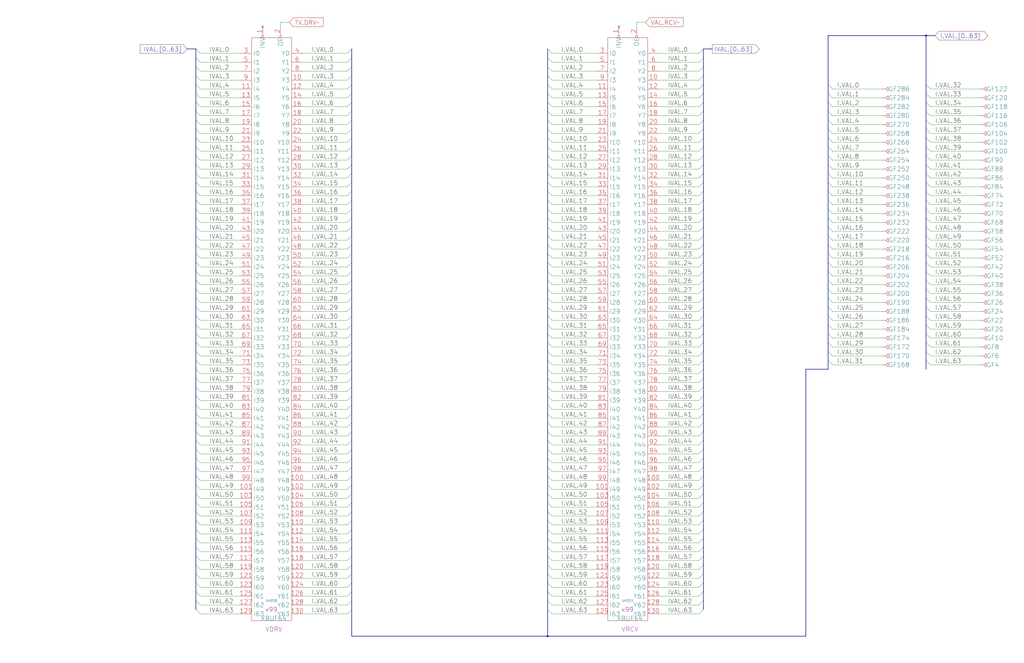
<source format=kicad_sch>
(kicad_sch (version 20230121) (generator eeschema)
  (paper "User" 584.2 378.46)
  (title_block (title "BUS TRANCEIVERS\\nVALUE BUS") (date "22-SEP-90") (rev "2.0") (comment 1 "IOC") (comment 2 "232-003061") (comment 3 "S400") (comment 4 "RELEASED"))
  (junction (at 312.42 363.22))
  (junction (at 528.32 20.32))
  (no_connect (at 353.06 15.24))
  (no_connect (at 149.86 15.24))
  (bus_entry (at 401.32 220.98) (size -2.54 2.54))
  (bus_entry (at 200.66 109.22) (size -2.54 2.54))
  (bus_entry (at 528.32 83.82) (size 2.54 2.54))
  (bus_entry (at 111.76 322.58) (size 2.54 2.54))
  (bus_entry (at 200.66 287.02) (size -2.54 2.54))
  (bus_entry (at 528.32 160.02) (size 2.54 2.54))
  (bus_entry (at 312.42 195.58) (size 2.54 2.54))
  (bus_entry (at 401.32 281.94) (size -2.54 2.54))
  (bus_entry (at 312.42 170.18) (size 2.54 2.54))
  (bus_entry (at 200.66 220.98) (size -2.54 2.54))
  (bus_entry (at 312.42 180.34) (size 2.54 2.54))
  (bus_entry (at 401.32 292.1) (size -2.54 2.54))
  (bus_entry (at 200.66 215.9) (size -2.54 2.54))
  (bus_entry (at 312.42 256.54) (size 2.54 2.54))
  (bus_entry (at 312.42 220.98) (size 2.54 2.54))
  (bus_entry (at 200.66 337.82) (size -2.54 2.54))
  (bus_entry (at 111.76 327.66) (size 2.54 2.54))
  (bus_entry (at 111.76 337.82) (size 2.54 2.54))
  (bus_entry (at 528.32 154.94) (size 2.54 2.54))
  (bus_entry (at 200.66 104.14) (size -2.54 2.54))
  (bus_entry (at 200.66 347.98) (size -2.54 2.54))
  (bus_entry (at 401.32 215.9) (size -2.54 2.54))
  (bus_entry (at 111.76 185.42) (size 2.54 2.54))
  (bus_entry (at 111.76 220.98) (size 2.54 2.54))
  (bus_entry (at 528.32 63.5) (size 2.54 2.54))
  (bus_entry (at 111.76 27.94) (size 2.54 2.54))
  (bus_entry (at 528.32 190.5) (size 2.54 2.54))
  (bus_entry (at 312.42 266.7) (size 2.54 2.54))
  (bus_entry (at 472.44 83.82) (size 2.54 2.54))
  (bus_entry (at 200.66 241.3) (size -2.54 2.54))
  (bus_entry (at 200.66 68.58) (size -2.54 2.54))
  (bus_entry (at 200.66 205.74) (size -2.54 2.54))
  (bus_entry (at 401.32 205.74) (size -2.54 2.54))
  (bus_entry (at 111.76 317.5) (size 2.54 2.54))
  (bus_entry (at 472.44 78.74) (size 2.54 2.54))
  (bus_entry (at 111.76 226.06) (size 2.54 2.54))
  (bus_entry (at 312.42 337.82) (size 2.54 2.54))
  (bus_entry (at 401.32 170.18) (size -2.54 2.54))
  (bus_entry (at 312.42 83.82) (size 2.54 2.54))
  (bus_entry (at 401.32 256.54) (size -2.54 2.54))
  (bus_entry (at 528.32 195.58) (size 2.54 2.54))
  (bus_entry (at 401.32 342.9) (size -2.54 2.54))
  (bus_entry (at 401.32 99.06) (size -2.54 2.54))
  (bus_entry (at 111.76 170.18) (size 2.54 2.54))
  (bus_entry (at 401.32 261.62) (size -2.54 2.54))
  (bus_entry (at 111.76 236.22) (size 2.54 2.54))
  (bus_entry (at 401.32 236.22) (size -2.54 2.54))
  (bus_entry (at 312.42 144.78) (size 2.54 2.54))
  (bus_entry (at 472.44 190.5) (size 2.54 2.54))
  (bus_entry (at 111.76 180.34) (size 2.54 2.54))
  (bus_entry (at 111.76 195.58) (size 2.54 2.54))
  (bus_entry (at 312.42 281.94) (size 2.54 2.54))
  (bus_entry (at 111.76 48.26) (size 2.54 2.54))
  (bus_entry (at 200.66 312.42) (size -2.54 2.54))
  (bus_entry (at 401.32 78.74) (size -2.54 2.54))
  (bus_entry (at 401.32 134.62) (size -2.54 2.54))
  (bus_entry (at 528.32 134.62) (size 2.54 2.54))
  (bus_entry (at 312.42 109.22) (size 2.54 2.54))
  (bus_entry (at 401.32 231.14) (size -2.54 2.54))
  (bus_entry (at 472.44 200.66) (size 2.54 2.54))
  (bus_entry (at 111.76 43.18) (size 2.54 2.54))
  (bus_entry (at 401.32 104.14) (size -2.54 2.54))
  (bus_entry (at 472.44 160.02) (size 2.54 2.54))
  (bus_entry (at 111.76 342.9) (size 2.54 2.54))
  (bus_entry (at 401.32 210.82) (size -2.54 2.54))
  (bus_entry (at 528.32 165.1) (size 2.54 2.54))
  (bus_entry (at 472.44 73.66) (size 2.54 2.54))
  (bus_entry (at 312.42 332.74) (size 2.54 2.54))
  (bus_entry (at 312.42 99.06) (size 2.54 2.54))
  (bus_entry (at 312.42 124.46) (size 2.54 2.54))
  (bus_entry (at 111.76 175.26) (size 2.54 2.54))
  (bus_entry (at 312.42 119.38) (size 2.54 2.54))
  (bus_entry (at 200.66 292.1) (size -2.54 2.54))
  (bus_entry (at 472.44 99.06) (size 2.54 2.54))
  (bus_entry (at 528.32 93.98) (size 2.54 2.54))
  (bus_entry (at 401.32 139.7) (size -2.54 2.54))
  (bus_entry (at 200.66 139.7) (size -2.54 2.54))
  (bus_entry (at 200.66 149.86) (size -2.54 2.54))
  (bus_entry (at 200.66 63.5) (size -2.54 2.54))
  (bus_entry (at 472.44 139.7) (size 2.54 2.54))
  (bus_entry (at 401.32 165.1) (size -2.54 2.54))
  (bus_entry (at 111.76 200.66) (size 2.54 2.54))
  (bus_entry (at 312.42 43.18) (size 2.54 2.54))
  (bus_entry (at 200.66 78.74) (size -2.54 2.54))
  (bus_entry (at 111.76 124.46) (size 2.54 2.54))
  (bus_entry (at 312.42 302.26) (size 2.54 2.54))
  (bus_entry (at 200.66 342.9) (size -2.54 2.54))
  (bus_entry (at 472.44 154.94) (size 2.54 2.54))
  (bus_entry (at 111.76 165.1) (size 2.54 2.54))
  (bus_entry (at 401.32 337.82) (size -2.54 2.54))
  (bus_entry (at 472.44 180.34) (size 2.54 2.54))
  (bus_entry (at 528.32 78.74) (size 2.54 2.54))
  (bus_entry (at 111.76 78.74) (size 2.54 2.54))
  (bus_entry (at 200.66 297.18) (size -2.54 2.54))
  (bus_entry (at 472.44 68.58) (size 2.54 2.54))
  (bus_entry (at 528.32 149.86) (size 2.54 2.54))
  (bus_entry (at 200.66 58.42) (size -2.54 2.54))
  (bus_entry (at 401.32 68.58) (size -2.54 2.54))
  (bus_entry (at 401.32 332.74) (size -2.54 2.54))
  (bus_entry (at 200.66 119.38) (size -2.54 2.54))
  (bus_entry (at 312.42 292.1) (size 2.54 2.54))
  (bus_entry (at 401.32 73.66) (size -2.54 2.54))
  (bus_entry (at 111.76 205.74) (size 2.54 2.54))
  (bus_entry (at 312.42 236.22) (size 2.54 2.54))
  (bus_entry (at 528.32 205.74) (size 2.54 2.54))
  (bus_entry (at 200.66 73.66) (size -2.54 2.54))
  (bus_entry (at 401.32 27.94) (size -2.54 2.54))
  (bus_entry (at 528.32 88.9) (size 2.54 2.54))
  (bus_entry (at 111.76 38.1) (size 2.54 2.54))
  (bus_entry (at 200.66 53.34) (size -2.54 2.54))
  (bus_entry (at 200.66 226.06) (size -2.54 2.54))
  (bus_entry (at 200.66 261.62) (size -2.54 2.54))
  (bus_entry (at 401.32 327.66) (size -2.54 2.54))
  (bus_entry (at 401.32 307.34) (size -2.54 2.54))
  (bus_entry (at 401.32 276.86) (size -2.54 2.54))
  (bus_entry (at 401.32 48.26) (size -2.54 2.54))
  (bus_entry (at 111.76 114.3) (size 2.54 2.54))
  (bus_entry (at 401.32 347.98) (size -2.54 2.54))
  (bus_entry (at 401.32 88.9) (size -2.54 2.54))
  (bus_entry (at 401.32 322.58) (size -2.54 2.54))
  (bus_entry (at 200.66 27.94) (size -2.54 2.54))
  (bus_entry (at 312.42 241.3) (size 2.54 2.54))
  (bus_entry (at 312.42 149.86) (size 2.54 2.54))
  (bus_entry (at 312.42 175.26) (size 2.54 2.54))
  (bus_entry (at 312.42 134.62) (size 2.54 2.54))
  (bus_entry (at 472.44 93.98) (size 2.54 2.54))
  (bus_entry (at 111.76 302.26) (size 2.54 2.54))
  (bus_entry (at 528.32 58.42) (size 2.54 2.54))
  (bus_entry (at 472.44 149.86) (size 2.54 2.54))
  (bus_entry (at 472.44 144.78) (size 2.54 2.54))
  (bus_entry (at 111.76 68.58) (size 2.54 2.54))
  (bus_entry (at 401.32 251.46) (size -2.54 2.54))
  (bus_entry (at 111.76 251.46) (size 2.54 2.54))
  (bus_entry (at 111.76 154.94) (size 2.54 2.54))
  (bus_entry (at 312.42 297.18) (size 2.54 2.54))
  (bus_entry (at 401.32 246.38) (size -2.54 2.54))
  (bus_entry (at 401.32 271.78) (size -2.54 2.54))
  (bus_entry (at 200.66 195.58) (size -2.54 2.54))
  (bus_entry (at 200.66 246.38) (size -2.54 2.54))
  (bus_entry (at 200.66 33.02) (size -2.54 2.54))
  (bus_entry (at 401.32 53.34) (size -2.54 2.54))
  (bus_entry (at 111.76 266.7) (size 2.54 2.54))
  (bus_entry (at 401.32 180.34) (size -2.54 2.54))
  (bus_entry (at 200.66 210.82) (size -2.54 2.54))
  (bus_entry (at 528.32 124.46) (size 2.54 2.54))
  (bus_entry (at 200.66 327.66) (size -2.54 2.54))
  (bus_entry (at 111.76 287.02) (size 2.54 2.54))
  (bus_entry (at 111.76 33.02) (size 2.54 2.54))
  (bus_entry (at 472.44 124.46) (size 2.54 2.54))
  (bus_entry (at 200.66 144.78) (size -2.54 2.54))
  (bus_entry (at 200.66 231.14) (size -2.54 2.54))
  (bus_entry (at 111.76 109.22) (size 2.54 2.54))
  (bus_entry (at 312.42 231.14) (size 2.54 2.54))
  (bus_entry (at 200.66 307.34) (size -2.54 2.54))
  (bus_entry (at 312.42 200.66) (size 2.54 2.54))
  (bus_entry (at 312.42 327.66) (size 2.54 2.54))
  (bus_entry (at 528.32 104.14) (size 2.54 2.54))
  (bus_entry (at 111.76 63.5) (size 2.54 2.54))
  (bus_entry (at 472.44 88.9) (size 2.54 2.54))
  (bus_entry (at 200.66 251.46) (size -2.54 2.54))
  (bus_entry (at 111.76 160.02) (size 2.54 2.54))
  (bus_entry (at 472.44 114.3) (size 2.54 2.54))
  (bus_entry (at 528.32 185.42) (size 2.54 2.54))
  (bus_entry (at 528.32 200.66) (size 2.54 2.54))
  (bus_entry (at 111.76 99.06) (size 2.54 2.54))
  (bus_entry (at 200.66 43.18) (size -2.54 2.54))
  (bus_entry (at 200.66 134.62) (size -2.54 2.54))
  (bus_entry (at 401.32 312.42) (size -2.54 2.54))
  (bus_entry (at 200.66 266.7) (size -2.54 2.54))
  (bus_entry (at 472.44 119.38) (size 2.54 2.54))
  (bus_entry (at 312.42 154.94) (size 2.54 2.54))
  (bus_entry (at 528.32 119.38) (size 2.54 2.54))
  (bus_entry (at 401.32 266.7) (size -2.54 2.54))
  (bus_entry (at 200.66 124.46) (size -2.54 2.54))
  (bus_entry (at 528.32 144.78) (size 2.54 2.54))
  (bus_entry (at 111.76 231.14) (size 2.54 2.54))
  (bus_entry (at 111.76 347.98) (size 2.54 2.54))
  (bus_entry (at 200.66 322.58) (size -2.54 2.54))
  (bus_entry (at 312.42 205.74) (size 2.54 2.54))
  (bus_entry (at 111.76 129.54) (size 2.54 2.54))
  (bus_entry (at 312.42 185.42) (size 2.54 2.54))
  (bus_entry (at 312.42 27.94) (size 2.54 2.54))
  (bus_entry (at 111.76 246.38) (size 2.54 2.54))
  (bus_entry (at 472.44 185.42) (size 2.54 2.54))
  (bus_entry (at 401.32 185.42) (size -2.54 2.54))
  (bus_entry (at 111.76 190.5) (size 2.54 2.54))
  (bus_entry (at 111.76 276.86) (size 2.54 2.54))
  (bus_entry (at 528.32 175.26) (size 2.54 2.54))
  (bus_entry (at 200.66 88.9) (size -2.54 2.54))
  (bus_entry (at 111.76 256.54) (size 2.54 2.54))
  (bus_entry (at 401.32 93.98) (size -2.54 2.54))
  (bus_entry (at 528.32 180.34) (size 2.54 2.54))
  (bus_entry (at 312.42 287.02) (size 2.54 2.54))
  (bus_entry (at 111.76 104.14) (size 2.54 2.54))
  (bus_entry (at 312.42 251.46) (size 2.54 2.54))
  (bus_entry (at 401.32 175.26) (size -2.54 2.54))
  (bus_entry (at 312.42 38.1) (size 2.54 2.54))
  (bus_entry (at 401.32 241.3) (size -2.54 2.54))
  (bus_entry (at 111.76 88.9) (size 2.54 2.54))
  (bus_entry (at 401.32 43.18) (size -2.54 2.54))
  (bus_entry (at 111.76 58.42) (size 2.54 2.54))
  (bus_entry (at 401.32 63.5) (size -2.54 2.54))
  (bus_entry (at 312.42 73.66) (size 2.54 2.54))
  (bus_entry (at 401.32 33.02) (size -2.54 2.54))
  (bus_entry (at 528.32 99.06) (size 2.54 2.54))
  (bus_entry (at 200.66 175.26) (size -2.54 2.54))
  (bus_entry (at 111.76 149.86) (size 2.54 2.54))
  (bus_entry (at 312.42 261.62) (size 2.54 2.54))
  (bus_entry (at 200.66 154.94) (size -2.54 2.54))
  (bus_entry (at 472.44 109.22) (size 2.54 2.54))
  (bus_entry (at 528.32 53.34) (size 2.54 2.54))
  (bus_entry (at 111.76 93.98) (size 2.54 2.54))
  (bus_entry (at 528.32 109.22) (size 2.54 2.54))
  (bus_entry (at 401.32 226.06) (size -2.54 2.54))
  (bus_entry (at 312.42 226.06) (size 2.54 2.54))
  (bus_entry (at 472.44 104.14) (size 2.54 2.54))
  (bus_entry (at 401.32 114.3) (size -2.54 2.54))
  (bus_entry (at 200.66 200.66) (size -2.54 2.54))
  (bus_entry (at 312.42 307.34) (size 2.54 2.54))
  (bus_entry (at 472.44 129.54) (size 2.54 2.54))
  (bus_entry (at 312.42 48.26) (size 2.54 2.54))
  (bus_entry (at 200.66 114.3) (size -2.54 2.54))
  (bus_entry (at 111.76 210.82) (size 2.54 2.54))
  (bus_entry (at 200.66 99.06) (size -2.54 2.54))
  (bus_entry (at 312.42 63.5) (size 2.54 2.54))
  (bus_entry (at 472.44 53.34) (size 2.54 2.54))
  (bus_entry (at 401.32 149.86) (size -2.54 2.54))
  (bus_entry (at 312.42 190.5) (size 2.54 2.54))
  (bus_entry (at 401.32 154.94) (size -2.54 2.54))
  (bus_entry (at 200.66 185.42) (size -2.54 2.54))
  (bus_entry (at 200.66 317.5) (size -2.54 2.54))
  (bus_entry (at 401.32 287.02) (size -2.54 2.54))
  (bus_entry (at 401.32 302.26) (size -2.54 2.54))
  (bus_entry (at 401.32 38.1) (size -2.54 2.54))
  (bus_entry (at 312.42 58.42) (size 2.54 2.54))
  (bus_entry (at 401.32 129.54) (size -2.54 2.54))
  (bus_entry (at 528.32 170.18) (size 2.54 2.54))
  (bus_entry (at 401.32 83.82) (size -2.54 2.54))
  (bus_entry (at 528.32 48.26) (size 2.54 2.54))
  (bus_entry (at 312.42 276.86) (size 2.54 2.54))
  (bus_entry (at 200.66 271.78) (size -2.54 2.54))
  (bus_entry (at 111.76 134.62) (size 2.54 2.54))
  (bus_entry (at 200.66 160.02) (size -2.54 2.54))
  (bus_entry (at 200.66 276.86) (size -2.54 2.54))
  (bus_entry (at 312.42 104.14) (size 2.54 2.54))
  (bus_entry (at 200.66 180.34) (size -2.54 2.54))
  (bus_entry (at 200.66 93.98) (size -2.54 2.54))
  (bus_entry (at 111.76 332.74) (size 2.54 2.54))
  (bus_entry (at 401.32 58.42) (size -2.54 2.54))
  (bus_entry (at 401.32 119.38) (size -2.54 2.54))
  (bus_entry (at 111.76 73.66) (size 2.54 2.54))
  (bus_entry (at 401.32 109.22) (size -2.54 2.54))
  (bus_entry (at 200.66 129.54) (size -2.54 2.54))
  (bus_entry (at 528.32 68.58) (size 2.54 2.54))
  (bus_entry (at 200.66 236.22) (size -2.54 2.54))
  (bus_entry (at 401.32 124.46) (size -2.54 2.54))
  (bus_entry (at 111.76 281.94) (size 2.54 2.54))
  (bus_entry (at 312.42 215.9) (size 2.54 2.54))
  (bus_entry (at 111.76 292.1) (size 2.54 2.54))
  (bus_entry (at 111.76 83.82) (size 2.54 2.54))
  (bus_entry (at 312.42 160.02) (size 2.54 2.54))
  (bus_entry (at 312.42 271.78) (size 2.54 2.54))
  (bus_entry (at 312.42 246.38) (size 2.54 2.54))
  (bus_entry (at 111.76 297.18) (size 2.54 2.54))
  (bus_entry (at 200.66 38.1) (size -2.54 2.54))
  (bus_entry (at 312.42 114.3) (size 2.54 2.54))
  (bus_entry (at 312.42 322.58) (size 2.54 2.54))
  (bus_entry (at 111.76 261.62) (size 2.54 2.54))
  (bus_entry (at 528.32 129.54) (size 2.54 2.54))
  (bus_entry (at 200.66 170.18) (size -2.54 2.54))
  (bus_entry (at 200.66 83.82) (size -2.54 2.54))
  (bus_entry (at 312.42 342.9) (size 2.54 2.54))
  (bus_entry (at 528.32 73.66) (size 2.54 2.54))
  (bus_entry (at 312.42 312.42) (size 2.54 2.54))
  (bus_entry (at 472.44 205.74) (size 2.54 2.54))
  (bus_entry (at 472.44 63.5) (size 2.54 2.54))
  (bus_entry (at 401.32 195.58) (size -2.54 2.54))
  (bus_entry (at 472.44 170.18) (size 2.54 2.54))
  (bus_entry (at 111.76 119.38) (size 2.54 2.54))
  (bus_entry (at 111.76 241.3) (size 2.54 2.54))
  (bus_entry (at 401.32 160.02) (size -2.54 2.54))
  (bus_entry (at 312.42 347.98) (size 2.54 2.54))
  (bus_entry (at 472.44 48.26) (size 2.54 2.54))
  (bus_entry (at 472.44 134.62) (size 2.54 2.54))
  (bus_entry (at 111.76 139.7) (size 2.54 2.54))
  (bus_entry (at 472.44 165.1) (size 2.54 2.54))
  (bus_entry (at 111.76 53.34) (size 2.54 2.54))
  (bus_entry (at 472.44 58.42) (size 2.54 2.54))
  (bus_entry (at 312.42 33.02) (size 2.54 2.54))
  (bus_entry (at 312.42 139.7) (size 2.54 2.54))
  (bus_entry (at 200.66 48.26) (size -2.54 2.54))
  (bus_entry (at 200.66 302.26) (size -2.54 2.54))
  (bus_entry (at 528.32 114.3) (size 2.54 2.54))
  (bus_entry (at 312.42 53.34) (size 2.54 2.54))
  (bus_entry (at 312.42 78.74) (size 2.54 2.54))
  (bus_entry (at 312.42 317.5) (size 2.54 2.54))
  (bus_entry (at 200.66 256.54) (size -2.54 2.54))
  (bus_entry (at 312.42 129.54) (size 2.54 2.54))
  (bus_entry (at 401.32 317.5) (size -2.54 2.54))
  (bus_entry (at 200.66 281.94) (size -2.54 2.54))
  (bus_entry (at 401.32 297.18) (size -2.54 2.54))
  (bus_entry (at 111.76 215.9) (size 2.54 2.54))
  (bus_entry (at 200.66 190.5) (size -2.54 2.54))
  (bus_entry (at 111.76 271.78) (size 2.54 2.54))
  (bus_entry (at 312.42 93.98) (size 2.54 2.54))
  (bus_entry (at 528.32 139.7) (size 2.54 2.54))
  (bus_entry (at 111.76 307.34) (size 2.54 2.54))
  (bus_entry (at 312.42 210.82) (size 2.54 2.54))
  (bus_entry (at 111.76 144.78) (size 2.54 2.54))
  (bus_entry (at 472.44 195.58) (size 2.54 2.54))
  (bus_entry (at 401.32 190.5) (size -2.54 2.54))
  (bus_entry (at 312.42 88.9) (size 2.54 2.54))
  (bus_entry (at 312.42 165.1) (size 2.54 2.54))
  (bus_entry (at 401.32 144.78) (size -2.54 2.54))
  (bus_entry (at 200.66 165.1) (size -2.54 2.54))
  (bus_entry (at 401.32 200.66) (size -2.54 2.54))
  (bus_entry (at 312.42 68.58) (size 2.54 2.54))
  (bus_entry (at 111.76 312.42) (size 2.54 2.54))
  (bus_entry (at 472.44 175.26) (size 2.54 2.54))
  (bus_entry (at 200.66 332.74) (size -2.54 2.54))
  (bus (pts (xy 200.66 119.38) (xy 200.66 124.46)))
  (wire (pts (xy 198.12 223.52) (xy 172.72 223.52)))
  (wire (pts (xy 314.96 167.64) (xy 340.36 167.64)))
  (wire (pts (xy 137.16 259.08) (xy 114.3 259.08)))
  (bus (pts (xy 312.42 332.74) (xy 312.42 337.82)))
  (bus (pts (xy 312.42 363.22) (xy 459.74 363.22)))
  (wire (pts (xy 375.92 30.48) (xy 398.78 30.48)))
  (bus (pts (xy 312.42 149.86) (xy 312.42 154.94)))
  (wire (pts (xy 474.98 111.76) (xy 502.92 111.76)))
  (wire (pts (xy 375.92 243.84) (xy 398.78 243.84)))
  (bus (pts (xy 472.44 68.58) (xy 472.44 73.66)))
  (bus (pts (xy 528.32 48.26) (xy 528.32 53.34)))
  (bus (pts (xy 200.66 256.54) (xy 200.66 261.62)))
  (wire (pts (xy 137.16 264.16) (xy 114.3 264.16)))
  (wire (pts (xy 137.16 71.12) (xy 114.3 71.12)))
  (bus (pts (xy 312.42 200.66) (xy 312.42 205.74)))
  (bus (pts (xy 401.32 114.3) (xy 401.32 119.38)))
  (wire (pts (xy 198.12 152.4) (xy 172.72 152.4)))
  (bus (pts (xy 200.66 317.5) (xy 200.66 322.58)))
  (wire (pts (xy 314.96 132.08) (xy 340.36 132.08)))
  (wire (pts (xy 198.12 96.52) (xy 172.72 96.52)))
  (wire (pts (xy 314.96 81.28) (xy 340.36 81.28)))
  (bus (pts (xy 312.42 205.74) (xy 312.42 210.82)))
  (wire (pts (xy 137.16 223.52) (xy 114.3 223.52)))
  (bus (pts (xy 111.76 124.46) (xy 111.76 129.54)))
  (wire (pts (xy 137.16 350.52) (xy 114.3 350.52)))
  (wire (pts (xy 530.86 147.32) (xy 558.8 147.32)))
  (bus (pts (xy 111.76 33.02) (xy 111.76 38.1)))
  (bus (pts (xy 401.32 27.94) (xy 401.32 33.02)))
  (bus (pts (xy 111.76 287.02) (xy 111.76 292.1)))
  (wire (pts (xy 375.92 269.24) (xy 398.78 269.24)))
  (bus (pts (xy 111.76 332.74) (xy 111.76 337.82)))
  (wire (pts (xy 375.92 127) (xy 398.78 127)))
  (wire (pts (xy 198.12 101.6) (xy 172.72 101.6)))
  (bus (pts (xy 472.44 185.42) (xy 472.44 190.5)))
  (wire (pts (xy 368.3 12.7) (xy 363.22 12.7)))
  (bus (pts (xy 111.76 139.7) (xy 111.76 144.78)))
  (bus (pts (xy 200.66 266.7) (xy 200.66 271.78)))
  (bus (pts (xy 200.66 93.98) (xy 200.66 99.06)))
  (wire (pts (xy 375.92 345.44) (xy 398.78 345.44)))
  (bus (pts (xy 528.32 124.46) (xy 528.32 129.54)))
  (bus (pts (xy 401.32 88.9) (xy 401.32 93.98)))
  (wire (pts (xy 530.86 127) (xy 558.8 127)))
  (wire (pts (xy 474.98 187.96) (xy 502.92 187.96)))
  (bus (pts (xy 111.76 119.38) (xy 111.76 124.46)))
  (bus (pts (xy 401.32 139.7) (xy 401.32 144.78)))
  (bus (pts (xy 111.76 83.82) (xy 111.76 88.9)))
  (bus (pts (xy 472.44 154.94) (xy 472.44 160.02)))
  (bus (pts (xy 472.44 190.5) (xy 472.44 195.58)))
  (wire (pts (xy 314.96 335.28) (xy 340.36 335.28)))
  (bus (pts (xy 111.76 195.58) (xy 111.76 200.66)))
  (wire (pts (xy 137.16 101.6) (xy 114.3 101.6)))
  (bus (pts (xy 401.32 312.42) (xy 401.32 317.5)))
  (wire (pts (xy 137.16 203.2) (xy 114.3 203.2)))
  (bus (pts (xy 312.42 287.02) (xy 312.42 292.1)))
  (wire (pts (xy 198.12 106.68) (xy 172.72 106.68)))
  (bus (pts (xy 312.42 58.42) (xy 312.42 63.5)))
  (bus (pts (xy 111.76 68.58) (xy 111.76 73.66)))
  (bus (pts (xy 528.32 165.1) (xy 528.32 170.18)))
  (bus (pts (xy 401.32 261.62) (xy 401.32 266.7)))
  (bus (pts (xy 111.76 256.54) (xy 111.76 261.62)))
  (bus (pts (xy 200.66 287.02) (xy 200.66 292.1)))
  (bus (pts (xy 312.42 317.5) (xy 312.42 322.58)))
  (wire (pts (xy 314.96 304.8) (xy 340.36 304.8)))
  (wire (pts (xy 137.16 55.88) (xy 114.3 55.88)))
  (bus (pts (xy 312.42 83.82) (xy 312.42 88.9)))
  (bus (pts (xy 111.76 327.66) (xy 111.76 332.74)))
  (wire (pts (xy 198.12 91.44) (xy 172.72 91.44)))
  (wire (pts (xy 375.92 314.96) (xy 398.78 314.96)))
  (bus (pts (xy 528.32 119.38) (xy 528.32 124.46)))
  (bus (pts (xy 401.32 43.18) (xy 401.32 48.26)))
  (wire (pts (xy 198.12 111.76) (xy 172.72 111.76)))
  (wire (pts (xy 198.12 228.6) (xy 172.72 228.6)))
  (bus (pts (xy 312.42 251.46) (xy 312.42 256.54)))
  (bus (pts (xy 200.66 236.22) (xy 200.66 241.3)))
  (wire (pts (xy 314.96 152.4) (xy 340.36 152.4)))
  (wire (pts (xy 137.16 340.36) (xy 114.3 340.36)))
  (wire (pts (xy 474.98 116.84) (xy 502.92 116.84)))
  (bus (pts (xy 401.32 200.66) (xy 401.32 205.74)))
  (bus (pts (xy 401.32 160.02) (xy 401.32 165.1)))
  (bus (pts (xy 111.76 297.18) (xy 111.76 302.26)))
  (bus (pts (xy 312.42 139.7) (xy 312.42 144.78)))
  (bus (pts (xy 528.32 129.54) (xy 528.32 134.62)))
  (bus (pts (xy 111.76 205.74) (xy 111.76 210.82)))
  (wire (pts (xy 314.96 86.36) (xy 340.36 86.36)))
  (bus (pts (xy 200.66 302.26) (xy 200.66 307.34)))
  (wire (pts (xy 363.22 12.7) (xy 363.22 15.24)))
  (bus (pts (xy 401.32 251.46) (xy 401.32 256.54)))
  (bus (pts (xy 200.66 88.9) (xy 200.66 93.98)))
  (wire (pts (xy 314.96 259.08) (xy 340.36 259.08)))
  (wire (pts (xy 530.86 172.72) (xy 558.8 172.72)))
  (bus (pts (xy 406.4 27.94) (xy 401.32 27.94)))
  (bus (pts (xy 111.76 231.14) (xy 111.76 236.22)))
  (wire (pts (xy 314.96 223.52) (xy 340.36 223.52)))
  (wire (pts (xy 474.98 137.16) (xy 502.92 137.16)))
  (bus (pts (xy 111.76 236.22) (xy 111.76 241.3)))
  (bus (pts (xy 200.66 205.74) (xy 200.66 210.82)))
  (bus (pts (xy 312.42 241.3) (xy 312.42 246.38)))
  (wire (pts (xy 198.12 60.96) (xy 172.72 60.96)))
  (wire (pts (xy 198.12 330.2) (xy 172.72 330.2)))
  (wire (pts (xy 198.12 254) (xy 172.72 254)))
  (wire (pts (xy 314.96 284.48) (xy 340.36 284.48)))
  (bus (pts (xy 401.32 78.74) (xy 401.32 83.82)))
  (wire (pts (xy 314.96 325.12) (xy 340.36 325.12)))
  (bus (pts (xy 528.32 205.74) (xy 528.32 210.82)))
  (wire (pts (xy 137.16 162.56) (xy 114.3 162.56)))
  (bus (pts (xy 401.32 210.82) (xy 401.32 215.9)))
  (wire (pts (xy 198.12 157.48) (xy 172.72 157.48)))
  (bus (pts (xy 200.66 327.66) (xy 200.66 332.74)))
  (bus (pts (xy 401.32 332.74) (xy 401.32 337.82)))
  (bus (pts (xy 528.32 99.06) (xy 528.32 104.14)))
  (bus (pts (xy 111.76 180.34) (xy 111.76 185.42)))
  (wire (pts (xy 375.92 50.8) (xy 398.78 50.8)))
  (bus (pts (xy 200.66 129.54) (xy 200.66 134.62)))
  (wire (pts (xy 375.92 228.6) (xy 398.78 228.6)))
  (wire (pts (xy 375.92 66.04) (xy 398.78 66.04)))
  (wire (pts (xy 314.96 71.12) (xy 340.36 71.12)))
  (bus (pts (xy 312.42 38.1) (xy 312.42 43.18)))
  (wire (pts (xy 375.92 208.28) (xy 398.78 208.28)))
  (wire (pts (xy 314.96 213.36) (xy 340.36 213.36)))
  (bus (pts (xy 200.66 83.82) (xy 200.66 88.9)))
  (bus (pts (xy 200.66 251.46) (xy 200.66 256.54)))
  (wire (pts (xy 137.16 289.56) (xy 114.3 289.56)))
  (bus (pts (xy 401.32 281.94) (xy 401.32 287.02)))
  (wire (pts (xy 530.86 187.96) (xy 558.8 187.96)))
  (bus (pts (xy 472.44 175.26) (xy 472.44 180.34)))
  (bus (pts (xy 200.66 271.78) (xy 200.66 276.86)))
  (wire (pts (xy 137.16 121.92) (xy 114.3 121.92)))
  (wire (pts (xy 530.86 111.76) (xy 558.8 111.76)))
  (wire (pts (xy 375.92 330.2) (xy 398.78 330.2)))
  (bus (pts (xy 312.42 246.38) (xy 312.42 251.46)))
  (bus (pts (xy 528.32 149.86) (xy 528.32 154.94)))
  (wire (pts (xy 375.92 309.88) (xy 398.78 309.88)))
  (bus (pts (xy 459.74 363.22) (xy 459.74 210.82)))
  (bus (pts (xy 200.66 276.86) (xy 200.66 281.94)))
  (wire (pts (xy 137.16 248.92) (xy 114.3 248.92)))
  (bus (pts (xy 312.42 347.98) (xy 312.42 363.22)))
  (wire (pts (xy 198.12 335.28) (xy 172.72 335.28)))
  (bus (pts (xy 401.32 185.42) (xy 401.32 190.5)))
  (bus (pts (xy 312.42 322.58) (xy 312.42 327.66)))
  (bus (pts (xy 401.32 190.5) (xy 401.32 195.58)))
  (wire (pts (xy 530.86 182.88) (xy 558.8 182.88)))
  (wire (pts (xy 198.12 289.56) (xy 172.72 289.56)))
  (bus (pts (xy 401.32 205.74) (xy 401.32 210.82)))
  (bus (pts (xy 312.42 68.58) (xy 312.42 73.66)))
  (wire (pts (xy 314.96 45.72) (xy 340.36 45.72)))
  (wire (pts (xy 375.92 294.64) (xy 398.78 294.64)))
  (bus (pts (xy 200.66 347.98) (xy 200.66 363.22)))
  (wire (pts (xy 137.16 243.84) (xy 114.3 243.84)))
  (wire (pts (xy 530.86 162.56) (xy 558.8 162.56)))
  (wire (pts (xy 137.16 60.96) (xy 114.3 60.96)))
  (bus (pts (xy 111.76 322.58) (xy 111.76 327.66)))
  (bus (pts (xy 528.32 190.5) (xy 528.32 195.58)))
  (bus (pts (xy 111.76 246.38) (xy 111.76 251.46)))
  (wire (pts (xy 198.12 294.64) (xy 172.72 294.64)))
  (bus (pts (xy 111.76 144.78) (xy 111.76 149.86)))
  (bus (pts (xy 401.32 119.38) (xy 401.32 124.46)))
  (bus (pts (xy 312.42 180.34) (xy 312.42 185.42)))
  (bus (pts (xy 472.44 20.32) (xy 472.44 48.26)))
  (bus (pts (xy 312.42 276.86) (xy 312.42 281.94)))
  (bus (pts (xy 312.42 185.42) (xy 312.42 190.5)))
  (bus (pts (xy 401.32 327.66) (xy 401.32 332.74)))
  (wire (pts (xy 474.98 198.12) (xy 502.92 198.12)))
  (wire (pts (xy 198.12 81.28) (xy 172.72 81.28)))
  (wire (pts (xy 198.12 132.08) (xy 172.72 132.08)))
  (wire (pts (xy 474.98 142.24) (xy 502.92 142.24)))
  (wire (pts (xy 375.92 177.8) (xy 398.78 177.8)))
  (wire (pts (xy 375.92 132.08) (xy 398.78 132.08)))
  (bus (pts (xy 472.44 139.7) (xy 472.44 144.78)))
  (wire (pts (xy 198.12 259.08) (xy 172.72 259.08)))
  (wire (pts (xy 375.92 259.08) (xy 398.78 259.08)))
  (wire (pts (xy 137.16 91.44) (xy 114.3 91.44)))
  (bus (pts (xy 472.44 104.14) (xy 472.44 109.22)))
  (bus (pts (xy 111.76 220.98) (xy 111.76 226.06)))
  (bus (pts (xy 312.42 271.78) (xy 312.42 276.86)))
  (wire (pts (xy 198.12 162.56) (xy 172.72 162.56)))
  (wire (pts (xy 198.12 269.24) (xy 172.72 269.24)))
  (bus (pts (xy 312.42 93.98) (xy 312.42 99.06)))
  (bus (pts (xy 312.42 226.06) (xy 312.42 231.14)))
  (wire (pts (xy 375.92 55.88) (xy 398.78 55.88)))
  (bus (pts (xy 401.32 322.58) (xy 401.32 327.66)))
  (bus (pts (xy 200.66 165.1) (xy 200.66 170.18)))
  (wire (pts (xy 137.16 309.88) (xy 114.3 309.88)))
  (bus (pts (xy 528.32 195.58) (xy 528.32 200.66)))
  (wire (pts (xy 137.16 299.72) (xy 114.3 299.72)))
  (wire (pts (xy 198.12 193.04) (xy 172.72 193.04)))
  (wire (pts (xy 375.92 96.52) (xy 398.78 96.52)))
  (bus (pts (xy 111.76 175.26) (xy 111.76 180.34)))
  (bus (pts (xy 472.44 195.58) (xy 472.44 200.66)))
  (wire (pts (xy 314.96 228.6) (xy 340.36 228.6)))
  (wire (pts (xy 314.96 35.56) (xy 340.36 35.56)))
  (bus (pts (xy 200.66 154.94) (xy 200.66 160.02)))
  (wire (pts (xy 198.12 172.72) (xy 172.72 172.72)))
  (bus (pts (xy 472.44 63.5) (xy 472.44 68.58)))
  (wire (pts (xy 314.96 299.72) (xy 340.36 299.72)))
  (bus (pts (xy 200.66 312.42) (xy 200.66 317.5)))
  (bus (pts (xy 111.76 58.42) (xy 111.76 63.5)))
  (wire (pts (xy 474.98 177.8) (xy 502.92 177.8)))
  (wire (pts (xy 137.16 279.4) (xy 114.3 279.4)))
  (bus (pts (xy 200.66 43.18) (xy 200.66 48.26)))
  (bus (pts (xy 312.42 104.14) (xy 312.42 109.22)))
  (wire (pts (xy 474.98 167.64) (xy 502.92 167.64)))
  (wire (pts (xy 198.12 350.52) (xy 172.72 350.52)))
  (bus (pts (xy 200.66 200.66) (xy 200.66 205.74)))
  (wire (pts (xy 314.96 238.76) (xy 340.36 238.76)))
  (wire (pts (xy 137.16 147.32) (xy 114.3 147.32)))
  (bus (pts (xy 111.76 88.9) (xy 111.76 93.98)))
  (bus (pts (xy 111.76 27.94) (xy 111.76 33.02)))
  (wire (pts (xy 474.98 152.4) (xy 502.92 152.4)))
  (wire (pts (xy 198.12 127) (xy 172.72 127)))
  (bus (pts (xy 312.42 302.26) (xy 312.42 307.34)))
  (bus (pts (xy 472.44 129.54) (xy 472.44 134.62)))
  (wire (pts (xy 314.96 264.16) (xy 340.36 264.16)))
  (wire (pts (xy 137.16 45.72) (xy 114.3 45.72)))
  (wire (pts (xy 530.86 81.28) (xy 558.8 81.28)))
  (wire (pts (xy 198.12 66.04) (xy 172.72 66.04)))
  (wire (pts (xy 375.92 152.4) (xy 398.78 152.4)))
  (bus (pts (xy 401.32 109.22) (xy 401.32 114.3)))
  (wire (pts (xy 530.86 152.4) (xy 558.8 152.4)))
  (bus (pts (xy 200.66 180.34) (xy 200.66 185.42)))
  (bus (pts (xy 528.32 78.74) (xy 528.32 83.82)))
  (bus (pts (xy 111.76 149.86) (xy 111.76 154.94)))
  (wire (pts (xy 137.16 269.24) (xy 114.3 269.24)))
  (bus (pts (xy 111.76 190.5) (xy 111.76 195.58)))
  (wire (pts (xy 375.92 167.64) (xy 398.78 167.64)))
  (bus (pts (xy 472.44 109.22) (xy 472.44 114.3)))
  (bus (pts (xy 312.42 297.18) (xy 312.42 302.26)))
  (wire (pts (xy 137.16 274.32) (xy 114.3 274.32)))
  (wire (pts (xy 198.12 233.68) (xy 172.72 233.68)))
  (bus (pts (xy 401.32 246.38) (xy 401.32 251.46)))
  (wire (pts (xy 198.12 35.56) (xy 172.72 35.56)))
  (bus (pts (xy 472.44 53.34) (xy 472.44 58.42)))
  (bus (pts (xy 312.42 342.9) (xy 312.42 347.98)))
  (bus (pts (xy 528.32 88.9) (xy 528.32 93.98)))
  (wire (pts (xy 198.12 203.2) (xy 172.72 203.2)))
  (bus (pts (xy 472.44 134.62) (xy 472.44 139.7)))
  (wire (pts (xy 530.86 137.16) (xy 558.8 137.16)))
  (bus (pts (xy 401.32 231.14) (xy 401.32 236.22)))
  (wire (pts (xy 375.92 121.92) (xy 398.78 121.92)))
  (wire (pts (xy 137.16 314.96) (xy 114.3 314.96)))
  (wire (pts (xy 137.16 81.28) (xy 114.3 81.28)))
  (wire (pts (xy 137.16 86.36) (xy 114.3 86.36)))
  (bus (pts (xy 312.42 33.02) (xy 312.42 38.1)))
  (bus (pts (xy 401.32 215.9) (xy 401.32 220.98)))
  (bus (pts (xy 401.32 53.34) (xy 401.32 58.42)))
  (wire (pts (xy 137.16 177.8) (xy 114.3 177.8)))
  (bus (pts (xy 401.32 68.58) (xy 401.32 73.66)))
  (bus (pts (xy 472.44 88.9) (xy 472.44 93.98)))
  (bus (pts (xy 312.42 63.5) (xy 312.42 68.58)))
  (wire (pts (xy 198.12 264.16) (xy 172.72 264.16)))
  (bus (pts (xy 200.66 363.22) (xy 312.42 363.22)))
  (bus (pts (xy 312.42 312.42) (xy 312.42 317.5)))
  (wire (pts (xy 474.98 101.6) (xy 502.92 101.6)))
  (bus (pts (xy 111.76 292.1) (xy 111.76 297.18)))
  (wire (pts (xy 375.92 233.68) (xy 398.78 233.68)))
  (wire (pts (xy 314.96 50.8) (xy 340.36 50.8)))
  (bus (pts (xy 111.76 276.86) (xy 111.76 281.94)))
  (bus (pts (xy 401.32 175.26) (xy 401.32 180.34)))
  (bus (pts (xy 200.66 231.14) (xy 200.66 236.22)))
  (bus (pts (xy 312.42 165.1) (xy 312.42 170.18)))
  (wire (pts (xy 137.16 137.16) (xy 114.3 137.16)))
  (wire (pts (xy 375.92 350.52) (xy 398.78 350.52)))
  (wire (pts (xy 375.92 81.28) (xy 398.78 81.28)))
  (wire (pts (xy 530.86 167.64) (xy 558.8 167.64)))
  (wire (pts (xy 375.92 116.84) (xy 398.78 116.84)))
  (wire (pts (xy 137.16 345.44) (xy 114.3 345.44)))
  (wire (pts (xy 137.16 127) (xy 114.3 127)))
  (wire (pts (xy 314.96 182.88) (xy 340.36 182.88)))
  (bus (pts (xy 401.32 58.42) (xy 401.32 63.5)))
  (bus (pts (xy 200.66 215.9) (xy 200.66 220.98)))
  (wire (pts (xy 375.92 274.32) (xy 398.78 274.32)))
  (wire (pts (xy 314.96 218.44) (xy 340.36 218.44)))
  (bus (pts (xy 401.32 104.14) (xy 401.32 109.22)))
  (wire (pts (xy 375.92 289.56) (xy 398.78 289.56)))
  (wire (pts (xy 474.98 81.28) (xy 502.92 81.28)))
  (bus (pts (xy 459.74 210.82) (xy 472.44 210.82)))
  (bus (pts (xy 312.42 134.62) (xy 312.42 139.7)))
  (wire (pts (xy 137.16 325.12) (xy 114.3 325.12)))
  (bus (pts (xy 528.32 58.42) (xy 528.32 63.5)))
  (wire (pts (xy 375.92 182.88) (xy 398.78 182.88)))
  (bus (pts (xy 111.76 337.82) (xy 111.76 342.9)))
  (bus (pts (xy 528.32 114.3) (xy 528.32 119.38)))
  (wire (pts (xy 474.98 66.04) (xy 502.92 66.04)))
  (wire (pts (xy 198.12 299.72) (xy 172.72 299.72)))
  (bus (pts (xy 111.76 317.5) (xy 111.76 322.58)))
  (bus (pts (xy 200.66 134.62) (xy 200.66 139.7)))
  (wire (pts (xy 314.96 106.68) (xy 340.36 106.68)))
  (bus (pts (xy 401.32 241.3) (xy 401.32 246.38)))
  (bus (pts (xy 312.42 119.38) (xy 312.42 124.46)))
  (wire (pts (xy 137.16 152.4) (xy 114.3 152.4)))
  (wire (pts (xy 198.12 55.88) (xy 172.72 55.88)))
  (bus (pts (xy 200.66 27.94) (xy 200.66 33.02)))
  (wire (pts (xy 375.92 142.24) (xy 398.78 142.24)))
  (bus (pts (xy 111.76 271.78) (xy 111.76 276.86)))
  (wire (pts (xy 375.92 325.12) (xy 398.78 325.12)))
  (bus (pts (xy 312.42 337.82) (xy 312.42 342.9)))
  (wire (pts (xy 474.98 106.68) (xy 502.92 106.68)))
  (bus (pts (xy 111.76 226.06) (xy 111.76 231.14)))
  (bus (pts (xy 401.32 63.5) (xy 401.32 68.58)))
  (bus (pts (xy 200.66 297.18) (xy 200.66 302.26)))
  (wire (pts (xy 474.98 127) (xy 502.92 127)))
  (wire (pts (xy 198.12 284.48) (xy 172.72 284.48)))
  (bus (pts (xy 200.66 281.94) (xy 200.66 287.02)))
  (bus (pts (xy 111.76 78.74) (xy 111.76 83.82)))
  (wire (pts (xy 375.92 71.12) (xy 398.78 71.12)))
  (bus (pts (xy 401.32 256.54) (xy 401.32 261.62)))
  (wire (pts (xy 474.98 147.32) (xy 502.92 147.32)))
  (bus (pts (xy 111.76 307.34) (xy 111.76 312.42)))
  (bus (pts (xy 200.66 139.7) (xy 200.66 144.78)))
  (wire (pts (xy 198.12 320.04) (xy 172.72 320.04)))
  (wire (pts (xy 314.96 350.52) (xy 340.36 350.52)))
  (wire (pts (xy 198.12 147.32) (xy 172.72 147.32)))
  (bus (pts (xy 401.32 165.1) (xy 401.32 170.18)))
  (bus (pts (xy 401.32 180.34) (xy 401.32 185.42)))
  (bus (pts (xy 200.66 332.74) (xy 200.66 337.82)))
  (wire (pts (xy 198.12 121.92) (xy 172.72 121.92)))
  (wire (pts (xy 375.92 340.36) (xy 398.78 340.36)))
  (bus (pts (xy 200.66 185.42) (xy 200.66 190.5)))
  (wire (pts (xy 137.16 198.12) (xy 114.3 198.12)))
  (bus (pts (xy 200.66 78.74) (xy 200.66 83.82)))
  (wire (pts (xy 137.16 40.64) (xy 114.3 40.64)))
  (wire (pts (xy 530.86 91.44) (xy 558.8 91.44)))
  (bus (pts (xy 200.66 322.58) (xy 200.66 327.66)))
  (bus (pts (xy 312.42 27.94) (xy 312.42 33.02)))
  (bus (pts (xy 200.66 48.26) (xy 200.66 53.34)))
  (wire (pts (xy 530.86 96.52) (xy 558.8 96.52)))
  (wire (pts (xy 375.92 162.56) (xy 398.78 162.56)))
  (bus (pts (xy 200.66 73.66) (xy 200.66 78.74)))
  (bus (pts (xy 312.42 109.22) (xy 312.42 114.3)))
  (bus (pts (xy 401.32 195.58) (xy 401.32 200.66)))
  (wire (pts (xy 198.12 142.24) (xy 172.72 142.24)))
  (bus (pts (xy 401.32 337.82) (xy 401.32 342.9)))
  (bus (pts (xy 200.66 58.42) (xy 200.66 63.5)))
  (wire (pts (xy 530.86 132.08) (xy 558.8 132.08)))
  (bus (pts (xy 528.32 185.42) (xy 528.32 190.5)))
  (wire (pts (xy 198.12 71.12) (xy 172.72 71.12)))
  (wire (pts (xy 165.1 12.7) (xy 160.02 12.7)))
  (bus (pts (xy 111.76 261.62) (xy 111.76 266.7)))
  (bus (pts (xy 401.32 276.86) (xy 401.32 281.94)))
  (bus (pts (xy 106.68 27.94) (xy 111.76 27.94)))
  (bus (pts (xy 472.44 73.66) (xy 472.44 78.74)))
  (bus (pts (xy 111.76 185.42) (xy 111.76 190.5)))
  (wire (pts (xy 137.16 66.04) (xy 114.3 66.04)))
  (wire (pts (xy 198.12 314.96) (xy 172.72 314.96)))
  (wire (pts (xy 375.92 198.12) (xy 398.78 198.12)))
  (wire (pts (xy 137.16 284.48) (xy 114.3 284.48)))
  (bus (pts (xy 401.32 48.26) (xy 401.32 53.34)))
  (wire (pts (xy 137.16 254) (xy 114.3 254)))
  (bus (pts (xy 111.76 342.9) (xy 111.76 347.98)))
  (wire (pts (xy 375.92 137.16) (xy 398.78 137.16)))
  (bus (pts (xy 111.76 251.46) (xy 111.76 256.54)))
  (bus (pts (xy 111.76 104.14) (xy 111.76 109.22)))
  (bus (pts (xy 401.32 99.06) (xy 401.32 104.14)))
  (bus (pts (xy 312.42 78.74) (xy 312.42 83.82)))
  (wire (pts (xy 137.16 208.28) (xy 114.3 208.28)))
  (bus (pts (xy 401.32 83.82) (xy 401.32 88.9)))
  (wire (pts (xy 137.16 294.64) (xy 114.3 294.64)))
  (wire (pts (xy 198.12 45.72) (xy 172.72 45.72)))
  (bus (pts (xy 401.32 307.34) (xy 401.32 312.42)))
  (wire (pts (xy 530.86 50.8) (xy 558.8 50.8)))
  (bus (pts (xy 111.76 134.62) (xy 111.76 139.7)))
  (wire (pts (xy 530.86 66.04) (xy 558.8 66.04)))
  (bus (pts (xy 312.42 154.94) (xy 312.42 160.02)))
  (bus (pts (xy 111.76 210.82) (xy 111.76 215.9)))
  (wire (pts (xy 474.98 203.2) (xy 502.92 203.2)))
  (wire (pts (xy 530.86 86.36) (xy 558.8 86.36)))
  (bus (pts (xy 528.32 109.22) (xy 528.32 114.3)))
  (bus (pts (xy 401.32 73.66) (xy 401.32 78.74)))
  (bus (pts (xy 472.44 160.02) (xy 472.44 165.1)))
  (bus (pts (xy 401.32 154.94) (xy 401.32 160.02)))
  (wire (pts (xy 137.16 132.08) (xy 114.3 132.08)))
  (bus (pts (xy 312.42 88.9) (xy 312.42 93.98)))
  (bus (pts (xy 200.66 104.14) (xy 200.66 109.22)))
  (wire (pts (xy 530.86 60.96) (xy 558.8 60.96)))
  (bus (pts (xy 528.32 144.78) (xy 528.32 149.86)))
  (wire (pts (xy 137.16 228.6) (xy 114.3 228.6)))
  (wire (pts (xy 530.86 142.24) (xy 558.8 142.24)))
  (bus (pts (xy 472.44 165.1) (xy 472.44 170.18)))
  (bus (pts (xy 528.32 134.62) (xy 528.32 139.7)))
  (bus (pts (xy 312.42 190.5) (xy 312.42 195.58)))
  (wire (pts (xy 474.98 86.36) (xy 502.92 86.36)))
  (bus (pts (xy 111.76 63.5) (xy 111.76 68.58)))
  (bus (pts (xy 111.76 154.94) (xy 111.76 160.02)))
  (wire (pts (xy 375.92 193.04) (xy 398.78 193.04)))
  (wire (pts (xy 198.12 182.88) (xy 172.72 182.88)))
  (wire (pts (xy 474.98 172.72) (xy 502.92 172.72)))
  (wire (pts (xy 314.96 193.04) (xy 340.36 193.04)))
  (bus (pts (xy 401.32 271.78) (xy 401.32 276.86)))
  (wire (pts (xy 137.16 35.56) (xy 114.3 35.56)))
  (bus (pts (xy 200.66 337.82) (xy 200.66 342.9)))
  (bus (pts (xy 111.76 99.06) (xy 111.76 104.14)))
  (bus (pts (xy 200.66 68.58) (xy 200.66 73.66)))
  (wire (pts (xy 314.96 269.24) (xy 340.36 269.24)))
  (wire (pts (xy 137.16 96.52) (xy 114.3 96.52)))
  (bus (pts (xy 312.42 144.78) (xy 312.42 149.86)))
  (wire (pts (xy 375.92 284.48) (xy 398.78 284.48)))
  (bus (pts (xy 111.76 114.3) (xy 111.76 119.38)))
  (wire (pts (xy 375.92 60.96) (xy 398.78 60.96)))
  (bus (pts (xy 200.66 109.22) (xy 200.66 114.3)))
  (bus (pts (xy 401.32 342.9) (xy 401.32 347.98)))
  (bus (pts (xy 312.42 195.58) (xy 312.42 200.66)))
  (wire (pts (xy 198.12 340.36) (xy 172.72 340.36)))
  (bus (pts (xy 312.42 114.3) (xy 312.42 119.38)))
  (wire (pts (xy 375.92 304.8) (xy 398.78 304.8)))
  (wire (pts (xy 474.98 71.12) (xy 502.92 71.12)))
  (bus (pts (xy 111.76 170.18) (xy 111.76 175.26)))
  (bus (pts (xy 401.32 287.02) (xy 401.32 292.1)))
  (bus (pts (xy 200.66 210.82) (xy 200.66 215.9)))
  (wire (pts (xy 198.12 238.76) (xy 172.72 238.76)))
  (bus (pts (xy 401.32 220.98) (xy 401.32 226.06)))
  (bus (pts (xy 472.44 99.06) (xy 472.44 104.14)))
  (bus (pts (xy 200.66 114.3) (xy 200.66 119.38)))
  (bus (pts (xy 200.66 149.86) (xy 200.66 154.94)))
  (wire (pts (xy 198.12 309.88) (xy 172.72 309.88)))
  (bus (pts (xy 401.32 33.02) (xy 401.32 38.1)))
  (bus (pts (xy 200.66 226.06) (xy 200.66 231.14)))
  (bus (pts (xy 401.32 317.5) (xy 401.32 322.58)))
  (wire (pts (xy 314.96 30.48) (xy 340.36 30.48)))
  (bus (pts (xy 200.66 195.58) (xy 200.66 200.66)))
  (wire (pts (xy 314.96 187.96) (xy 340.36 187.96)))
  (wire (pts (xy 198.12 325.12) (xy 172.72 325.12)))
  (wire (pts (xy 198.12 40.64) (xy 172.72 40.64)))
  (wire (pts (xy 198.12 274.32) (xy 172.72 274.32)))
  (bus (pts (xy 312.42 129.54) (xy 312.42 134.62)))
  (wire (pts (xy 474.98 162.56) (xy 502.92 162.56)))
  (wire (pts (xy 314.96 101.6) (xy 340.36 101.6)))
  (bus (pts (xy 472.44 58.42) (xy 472.44 63.5)))
  (wire (pts (xy 314.96 91.44) (xy 340.36 91.44)))
  (bus (pts (xy 111.76 43.18) (xy 111.76 48.26)))
  (bus (pts (xy 312.42 99.06) (xy 312.42 104.14)))
  (bus (pts (xy 111.76 215.9) (xy 111.76 220.98)))
  (bus (pts (xy 312.42 292.1) (xy 312.42 297.18)))
  (wire (pts (xy 314.96 243.84) (xy 340.36 243.84)))
  (wire (pts (xy 137.16 142.24) (xy 114.3 142.24)))
  (bus (pts (xy 200.66 124.46) (xy 200.66 129.54)))
  (wire (pts (xy 314.96 40.64) (xy 340.36 40.64)))
  (wire (pts (xy 474.98 208.28) (xy 502.92 208.28)))
  (bus (pts (xy 528.32 53.34) (xy 528.32 58.42)))
  (wire (pts (xy 314.96 116.84) (xy 340.36 116.84)))
  (wire (pts (xy 198.12 248.92) (xy 172.72 248.92)))
  (wire (pts (xy 375.92 187.96) (xy 398.78 187.96)))
  (wire (pts (xy 314.96 345.44) (xy 340.36 345.44)))
  (bus (pts (xy 312.42 281.94) (xy 312.42 287.02)))
  (bus (pts (xy 472.44 48.26) (xy 472.44 53.34)))
  (bus (pts (xy 312.42 170.18) (xy 312.42 175.26)))
  (wire (pts (xy 137.16 330.2) (xy 114.3 330.2)))
  (bus (pts (xy 111.76 266.7) (xy 111.76 271.78)))
  (wire (pts (xy 530.86 198.12) (xy 558.8 198.12)))
  (wire (pts (xy 375.92 299.72) (xy 398.78 299.72)))
  (wire (pts (xy 198.12 208.28) (xy 172.72 208.28)))
  (wire (pts (xy 137.16 233.68) (xy 114.3 233.68)))
  (wire (pts (xy 137.16 182.88) (xy 114.3 182.88)))
  (wire (pts (xy 530.86 121.92) (xy 558.8 121.92)))
  (wire (pts (xy 137.16 111.76) (xy 114.3 111.76)))
  (wire (pts (xy 137.16 167.64) (xy 114.3 167.64)))
  (wire (pts (xy 198.12 30.48) (xy 172.72 30.48)))
  (bus (pts (xy 111.76 241.3) (xy 111.76 246.38)))
  (wire (pts (xy 137.16 76.2) (xy 114.3 76.2)))
  (bus (pts (xy 111.76 165.1) (xy 111.76 170.18)))
  (bus (pts (xy 528.32 139.7) (xy 528.32 144.78)))
  (wire (pts (xy 198.12 177.8) (xy 172.72 177.8)))
  (wire (pts (xy 137.16 116.84) (xy 114.3 116.84)))
  (wire (pts (xy 137.16 213.36) (xy 114.3 213.36)))
  (bus (pts (xy 200.66 99.06) (xy 200.66 104.14)))
  (bus (pts (xy 111.76 129.54) (xy 111.76 134.62)))
  (wire (pts (xy 198.12 50.8) (xy 172.72 50.8)))
  (bus (pts (xy 200.66 246.38) (xy 200.66 251.46)))
  (wire (pts (xy 198.12 76.2) (xy 172.72 76.2)))
  (wire (pts (xy 137.16 320.04) (xy 114.3 320.04)))
  (bus (pts (xy 200.66 63.5) (xy 200.66 68.58)))
  (wire (pts (xy 474.98 96.52) (xy 502.92 96.52)))
  (wire (pts (xy 314.96 330.2) (xy 340.36 330.2)))
  (wire (pts (xy 375.92 223.52) (xy 398.78 223.52)))
  (wire (pts (xy 375.92 91.44) (xy 398.78 91.44)))
  (wire (pts (xy 160.02 12.7) (xy 160.02 15.24)))
  (bus (pts (xy 200.66 170.18) (xy 200.66 175.26)))
  (wire (pts (xy 314.96 248.92) (xy 340.36 248.92)))
  (wire (pts (xy 314.96 289.56) (xy 340.36 289.56)))
  (wire (pts (xy 137.16 304.8) (xy 114.3 304.8)))
  (bus (pts (xy 111.76 48.26) (xy 111.76 53.34)))
  (bus (pts (xy 401.32 226.06) (xy 401.32 231.14)))
  (wire (pts (xy 198.12 304.8) (xy 172.72 304.8)))
  (bus (pts (xy 200.66 53.34) (xy 200.66 58.42)))
  (wire (pts (xy 314.96 254) (xy 340.36 254)))
  (wire (pts (xy 314.96 127) (xy 340.36 127)))
  (bus (pts (xy 312.42 53.34) (xy 312.42 58.42)))
  (wire (pts (xy 375.92 76.2) (xy 398.78 76.2)))
  (wire (pts (xy 530.86 55.88) (xy 558.8 55.88)))
  (bus (pts (xy 528.32 170.18) (xy 528.32 175.26)))
  (bus (pts (xy 111.76 109.22) (xy 111.76 114.3)))
  (bus (pts (xy 200.66 241.3) (xy 200.66 246.38)))
  (bus (pts (xy 528.32 180.34) (xy 528.32 185.42)))
  (wire (pts (xy 530.86 157.48) (xy 558.8 157.48)))
  (bus (pts (xy 312.42 220.98) (xy 312.42 226.06)))
  (bus (pts (xy 472.44 83.82) (xy 472.44 88.9)))
  (wire (pts (xy 375.92 254) (xy 398.78 254)))
  (bus (pts (xy 312.42 48.26) (xy 312.42 53.34)))
  (bus (pts (xy 312.42 175.26) (xy 312.42 180.34)))
  (wire (pts (xy 474.98 121.92) (xy 502.92 121.92)))
  (bus (pts (xy 472.44 93.98) (xy 472.44 99.06)))
  (bus (pts (xy 528.32 93.98) (xy 528.32 99.06)))
  (wire (pts (xy 137.16 187.96) (xy 114.3 187.96)))
  (wire (pts (xy 314.96 121.92) (xy 340.36 121.92)))
  (wire (pts (xy 198.12 198.12) (xy 172.72 198.12)))
  (bus (pts (xy 200.66 292.1) (xy 200.66 297.18)))
  (bus (pts (xy 111.76 93.98) (xy 111.76 99.06)))
  (wire (pts (xy 474.98 157.48) (xy 502.92 157.48)))
  (wire (pts (xy 375.92 264.16) (xy 398.78 264.16)))
  (bus (pts (xy 472.44 119.38) (xy 472.44 124.46)))
  (wire (pts (xy 198.12 116.84) (xy 172.72 116.84)))
  (bus (pts (xy 312.42 124.46) (xy 312.42 129.54)))
  (wire (pts (xy 137.16 238.76) (xy 114.3 238.76)))
  (bus (pts (xy 312.42 160.02) (xy 312.42 165.1)))
  (wire (pts (xy 314.96 96.52) (xy 340.36 96.52)))
  (bus (pts (xy 401.32 124.46) (xy 401.32 129.54)))
  (bus (pts (xy 200.66 342.9) (xy 200.66 347.98)))
  (wire (pts (xy 375.92 45.72) (xy 398.78 45.72)))
  (wire (pts (xy 314.96 198.12) (xy 340.36 198.12)))
  (wire (pts (xy 314.96 233.68) (xy 340.36 233.68)))
  (bus (pts (xy 528.32 175.26) (xy 528.32 180.34)))
  (bus (pts (xy 111.76 38.1) (xy 111.76 43.18)))
  (bus (pts (xy 312.42 210.82) (xy 312.42 215.9)))
  (bus (pts (xy 111.76 73.66) (xy 111.76 78.74)))
  (wire (pts (xy 375.92 35.56) (xy 398.78 35.56)))
  (wire (pts (xy 137.16 30.48) (xy 114.3 30.48)))
  (wire (pts (xy 474.98 50.8) (xy 502.92 50.8)))
  (wire (pts (xy 474.98 76.2) (xy 502.92 76.2)))
  (bus (pts (xy 111.76 281.94) (xy 111.76 287.02)))
  (wire (pts (xy 530.86 208.28) (xy 558.8 208.28)))
  (wire (pts (xy 198.12 243.84) (xy 172.72 243.84)))
  (bus (pts (xy 472.44 205.74) (xy 472.44 210.82)))
  (bus (pts (xy 111.76 160.02) (xy 111.76 165.1)))
  (wire (pts (xy 198.12 218.44) (xy 172.72 218.44)))
  (wire (pts (xy 474.98 182.88) (xy 502.92 182.88)))
  (wire (pts (xy 314.96 274.32) (xy 340.36 274.32)))
  (wire (pts (xy 530.86 101.6) (xy 558.8 101.6)))
  (wire (pts (xy 314.96 55.88) (xy 340.36 55.88)))
  (wire (pts (xy 375.92 238.76) (xy 398.78 238.76)))
  (bus (pts (xy 472.44 20.32) (xy 528.32 20.32)))
  (bus (pts (xy 200.66 33.02) (xy 200.66 38.1)))
  (wire (pts (xy 375.92 218.44) (xy 398.78 218.44)))
  (wire (pts (xy 137.16 50.8) (xy 114.3 50.8)))
  (wire (pts (xy 375.92 213.36) (xy 398.78 213.36)))
  (bus (pts (xy 401.32 149.86) (xy 401.32 154.94)))
  (bus (pts (xy 200.66 190.5) (xy 200.66 195.58)))
  (wire (pts (xy 137.16 157.48) (xy 114.3 157.48)))
  (bus (pts (xy 111.76 302.26) (xy 111.76 307.34)))
  (bus (pts (xy 401.32 170.18) (xy 401.32 175.26)))
  (wire (pts (xy 198.12 167.64) (xy 172.72 167.64)))
  (wire (pts (xy 198.12 279.4) (xy 172.72 279.4)))
  (bus (pts (xy 312.42 307.34) (xy 312.42 312.42)))
  (bus (pts (xy 528.32 200.66) (xy 528.32 205.74)))
  (wire (pts (xy 530.86 193.04) (xy 558.8 193.04)))
  (bus (pts (xy 528.32 20.32) (xy 533.4 20.32)))
  (bus (pts (xy 312.42 266.7) (xy 312.42 271.78)))
  (bus (pts (xy 200.66 220.98) (xy 200.66 226.06)))
  (wire (pts (xy 474.98 60.96) (xy 502.92 60.96)))
  (bus (pts (xy 472.44 149.86) (xy 472.44 154.94)))
  (wire (pts (xy 137.16 106.68) (xy 114.3 106.68)))
  (bus (pts (xy 401.32 144.78) (xy 401.32 149.86)))
  (wire (pts (xy 375.92 111.76) (xy 398.78 111.76)))
  (bus (pts (xy 312.42 43.18) (xy 312.42 48.26)))
  (wire (pts (xy 530.86 203.2) (xy 558.8 203.2)))
  (bus (pts (xy 472.44 124.46) (xy 472.44 129.54)))
  (bus (pts (xy 472.44 200.66) (xy 472.44 205.74)))
  (bus (pts (xy 472.44 114.3) (xy 472.44 119.38)))
  (wire (pts (xy 314.96 157.48) (xy 340.36 157.48)))
  (wire (pts (xy 314.96 147.32) (xy 340.36 147.32)))
  (bus (pts (xy 111.76 312.42) (xy 111.76 317.5)))
  (wire (pts (xy 314.96 172.72) (xy 340.36 172.72)))
  (bus (pts (xy 472.44 78.74) (xy 472.44 83.82)))
  (bus (pts (xy 472.44 180.34) (xy 472.44 185.42)))
  (wire (pts (xy 314.96 309.88) (xy 340.36 309.88)))
  (bus (pts (xy 312.42 256.54) (xy 312.42 261.62)))
  (wire (pts (xy 198.12 86.36) (xy 172.72 86.36)))
  (wire (pts (xy 314.96 177.8) (xy 340.36 177.8)))
  (wire (pts (xy 375.92 40.64) (xy 398.78 40.64)))
  (wire (pts (xy 375.92 106.68) (xy 398.78 106.68)))
  (bus (pts (xy 111.76 200.66) (xy 111.76 205.74)))
  (wire (pts (xy 314.96 320.04) (xy 340.36 320.04)))
  (wire (pts (xy 530.86 71.12) (xy 558.8 71.12)))
  (wire (pts (xy 314.96 76.2) (xy 340.36 76.2)))
  (bus (pts (xy 200.66 261.62) (xy 200.66 266.7)))
  (bus (pts (xy 472.44 144.78) (xy 472.44 149.86)))
  (bus (pts (xy 401.32 297.18) (xy 401.32 302.26)))
  (bus (pts (xy 528.32 154.94) (xy 528.32 160.02)))
  (wire (pts (xy 474.98 193.04) (xy 502.92 193.04)))
  (bus (pts (xy 312.42 215.9) (xy 312.42 220.98)))
  (bus (pts (xy 401.32 266.7) (xy 401.32 271.78)))
  (bus (pts (xy 401.32 302.26) (xy 401.32 307.34)))
  (bus (pts (xy 528.32 73.66) (xy 528.32 78.74)))
  (wire (pts (xy 530.86 76.2) (xy 558.8 76.2)))
  (wire (pts (xy 375.92 248.92) (xy 398.78 248.92)))
  (wire (pts (xy 314.96 208.28) (xy 340.36 208.28)))
  (wire (pts (xy 198.12 187.96) (xy 172.72 187.96)))
  (bus (pts (xy 401.32 38.1) (xy 401.32 43.18)))
  (bus (pts (xy 528.32 63.5) (xy 528.32 68.58)))
  (bus (pts (xy 472.44 170.18) (xy 472.44 175.26)))
  (bus (pts (xy 401.32 236.22) (xy 401.32 241.3)))
  (bus (pts (xy 312.42 236.22) (xy 312.42 241.3)))
  (wire (pts (xy 198.12 345.44) (xy 172.72 345.44)))
  (wire (pts (xy 375.92 172.72) (xy 398.78 172.72)))
  (bus (pts (xy 312.42 261.62) (xy 312.42 266.7)))
  (wire (pts (xy 198.12 213.36) (xy 172.72 213.36)))
  (bus (pts (xy 200.66 38.1) (xy 200.66 43.18)))
  (wire (pts (xy 314.96 66.04) (xy 340.36 66.04)))
  (wire (pts (xy 474.98 55.88) (xy 502.92 55.88)))
  (wire (pts (xy 137.16 218.44) (xy 114.3 218.44)))
  (bus (pts (xy 200.66 144.78) (xy 200.66 149.86)))
  (wire (pts (xy 530.86 116.84) (xy 558.8 116.84)))
  (wire (pts (xy 137.16 193.04) (xy 114.3 193.04)))
  (wire (pts (xy 530.86 106.68) (xy 558.8 106.68)))
  (wire (pts (xy 375.92 86.36) (xy 398.78 86.36)))
  (bus (pts (xy 528.32 68.58) (xy 528.32 73.66)))
  (wire (pts (xy 375.92 101.6) (xy 398.78 101.6)))
  (wire (pts (xy 137.16 335.28) (xy 114.3 335.28)))
  (wire (pts (xy 375.92 147.32) (xy 398.78 147.32)))
  (bus (pts (xy 200.66 307.34) (xy 200.66 312.42)))
  (bus (pts (xy 312.42 73.66) (xy 312.42 78.74)))
  (bus (pts (xy 528.32 104.14) (xy 528.32 109.22)))
  (bus (pts (xy 312.42 231.14) (xy 312.42 236.22)))
  (wire (pts (xy 314.96 111.76) (xy 340.36 111.76)))
  (wire (pts (xy 314.96 294.64) (xy 340.36 294.64)))
  (wire (pts (xy 314.96 314.96) (xy 340.36 314.96)))
  (wire (pts (xy 314.96 142.24) (xy 340.36 142.24)))
  (wire (pts (xy 375.92 335.28) (xy 398.78 335.28)))
  (wire (pts (xy 314.96 340.36) (xy 340.36 340.36)))
  (bus (pts (xy 401.32 129.54) (xy 401.32 134.62)))
  (wire (pts (xy 375.92 279.4) (xy 398.78 279.4)))
  (wire (pts (xy 474.98 132.08) (xy 502.92 132.08)))
  (wire (pts (xy 314.96 279.4) (xy 340.36 279.4)))
  (wire (pts (xy 314.96 60.96) (xy 340.36 60.96)))
  (bus (pts (xy 111.76 53.34) (xy 111.76 58.42)))
  (wire (pts (xy 314.96 162.56) (xy 340.36 162.56)))
  (bus (pts (xy 312.42 327.66) (xy 312.42 332.74)))
  (wire (pts (xy 530.86 177.8) (xy 558.8 177.8)))
  (bus (pts (xy 200.66 160.02) (xy 200.66 165.1)))
  (bus (pts (xy 528.32 160.02) (xy 528.32 165.1)))
  (wire (pts (xy 198.12 137.16) (xy 172.72 137.16)))
  (bus (pts (xy 200.66 175.26) (xy 200.66 180.34)))
  (bus (pts (xy 528.32 83.82) (xy 528.32 88.9)))
  (wire (pts (xy 314.96 203.2) (xy 340.36 203.2)))
  (wire (pts (xy 474.98 91.44) (xy 502.92 91.44)))
  (bus (pts (xy 401.32 292.1) (xy 401.32 297.18)))
  (bus (pts (xy 528.32 20.32) (xy 528.32 48.26)))
  (wire (pts (xy 375.92 203.2) (xy 398.78 203.2)))
  (wire (pts (xy 314.96 137.16) (xy 340.36 137.16)))
  (wire (pts (xy 137.16 172.72) (xy 114.3 172.72)))
  (wire (pts (xy 375.92 157.48) (xy 398.78 157.48)))
  (bus (pts (xy 401.32 93.98) (xy 401.32 99.06)))
  (bus (pts (xy 401.32 134.62) (xy 401.32 139.7)))
  (wire (pts (xy 375.92 320.04) (xy 398.78 320.04)))
  (label "IVAL.47" (at 381 269.24 0) (effects (font (size 2.54 2.54))))
  (label "IVAL.42" (at 381 243.84 0) (effects (font (size 2.54 2.54))))
  (label "I.VAL.58" (at 533.4 182.88 0) (effects (font (size 2.54 2.54))))
  (label "I.VAL.38" (at 533.4 81.28 0) (effects (font (size 2.54 2.54))))
  (label "IVAL.14" (at 381 101.6 0) (effects (font (size 2.54 2.54))))
  (label "I.VAL.36" (at 533.4 71.12 0) (effects (font (size 2.54 2.54))))
  (label "IVAL.36" (at 119.38 213.36 0) (effects (font (size 2.54 2.54))))
  (label "I.VAL.58" (at 320.04 325.12 0) (effects (font (size 2.54 2.54))))
  (label "IVAL.50" (at 119.38 284.48 0) (effects (font (size 2.54 2.54))))
  (label "IVAL.63" (at 381 350.52 0) (effects (font (size 2.54 2.54))))
  (label "IVAL.12" (at 381 91.44 0) (effects (font (size 2.54 2.54))))
  (label "I.VAL.43" (at 533.4 106.68 0) (effects (font (size 2.54 2.54))))
  (label "IVAL.62" (at 381 345.44 0) (effects (font (size 2.54 2.54))))
  (label "I.VAL.17" (at 320.04 116.84 0) (effects (font (size 2.54 2.54))))
  (label "I.VAL.19" (at 177.8 127 0) (effects (font (size 2.54 2.54))))
  (label "I.VAL.49" (at 320.04 279.4 0) (effects (font (size 2.54 2.54))))
  (label "IVAL.5" (at 381 55.88 0) (effects (font (size 2.54 2.54))))
  (label "IVAL.41" (at 119.38 238.76 0) (effects (font (size 2.54 2.54))))
  (label "I.VAL.63" (at 320.04 350.52 0) (effects (font (size 2.54 2.54))))
  (label "I.VAL.43" (at 177.8 248.92 0) (effects (font (size 2.54 2.54))))
  (label "IVAL.30" (at 119.38 182.88 0) (effects (font (size 2.54 2.54))))
  (label "I.VAL.7" (at 477.52 86.36 0) (effects (font (size 2.54 2.54))))
  (label "I.VAL.36" (at 320.04 213.36 0) (effects (font (size 2.54 2.54))))
  (label "IVAL.25" (at 381 157.48 0) (effects (font (size 2.54 2.54))))
  (label "I.VAL.35" (at 533.4 66.04 0) (effects (font (size 2.54 2.54))))
  (label "IVAL.28" (at 119.38 172.72 0) (effects (font (size 2.54 2.54))))
  (label "IVAL.7" (at 119.38 66.04 0) (effects (font (size 2.54 2.54))))
  (label "IVAL.50" (at 381 284.48 0) (effects (font (size 2.54 2.54))))
  (label "I.VAL.59" (at 533.4 187.96 0) (effects (font (size 2.54 2.54))))
  (label "I.VAL.24" (at 320.04 152.4 0) (effects (font (size 2.54 2.54))))
  (label "I.VAL.35" (at 320.04 208.28 0) (effects (font (size 2.54 2.54))))
  (label "I.VAL.32" (at 533.4 50.8 0) (effects (font (size 2.54 2.54))))
  (label "IVAL.54" (at 119.38 304.8 0) (effects (font (size 2.54 2.54))))
  (label "I.VAL.47" (at 177.8 269.24 0) (effects (font (size 2.54 2.54))))
  (label "IVAL.29" (at 119.38 177.8 0) (effects (font (size 2.54 2.54))))
  (label "I.VAL.5" (at 320.04 55.88 0) (effects (font (size 2.54 2.54))))
  (label "I.VAL.15" (at 177.8 106.68 0) (effects (font (size 2.54 2.54))))
  (label "IVAL.48" (at 119.38 274.32 0) (effects (font (size 2.54 2.54))))
  (label "I.VAL.23" (at 477.52 167.64 0) (effects (font (size 2.54 2.54))))
  (label "I.VAL.59" (at 177.8 330.2 0) (effects (font (size 2.54 2.54))))
  (label "I.VAL.27" (at 477.52 187.96 0) (effects (font (size 2.54 2.54))))
  (label "I.VAL.17" (at 477.52 137.16 0) (effects (font (size 2.54 2.54))))
  (label "IVAL.21" (at 119.38 137.16 0) (effects (font (size 2.54 2.54))))
  (label "IVAL.19" (at 119.38 127 0) (effects (font (size 2.54 2.54))))
  (label "IVAL.56" (at 381 314.96 0) (effects (font (size 2.54 2.54))))
  (label "I.VAL.20" (at 177.8 132.08 0) (effects (font (size 2.54 2.54))))
  (label "IVAL.17" (at 119.38 116.84 0) (effects (font (size 2.54 2.54))))
  (label "IVAL.11" (at 381 86.36 0) (effects (font (size 2.54 2.54))))
  (label "I.VAL.12" (at 477.52 111.76 0) (effects (font (size 2.54 2.54))))
  (label "IVAL.55" (at 119.38 309.88 0) (effects (font (size 2.54 2.54))))
  (label "I.VAL.63" (at 177.8 350.52 0) (effects (font (size 2.54 2.54))))
  (label "I.VAL.13" (at 177.8 96.52 0) (effects (font (size 2.54 2.54))))
  (label "I.VAL.18" (at 320.04 121.92 0) (effects (font (size 2.54 2.54))))
  (label "IVAL.12" (at 119.38 91.44 0) (effects (font (size 2.54 2.54))))
  (label "I.VAL.50" (at 533.4 142.24 0) (effects (font (size 2.54 2.54))))
  (label "I.VAL.62" (at 177.8 345.44 0) (effects (font (size 2.54 2.54))))
  (label "I.VAL.52" (at 177.8 294.64 0) (effects (font (size 2.54 2.54))))
  (label "I.VAL.9" (at 477.52 96.52 0) (effects (font (size 2.54 2.54))))
  (label "IVAL.8" (at 119.38 71.12 0) (effects (font (size 2.54 2.54))))
  (label "I.VAL.14" (at 177.8 101.6 0) (effects (font (size 2.54 2.54))))
  (label "I.VAL.42" (at 320.04 243.84 0) (effects (font (size 2.54 2.54))))
  (label "IVAL.6" (at 381 60.96 0) (effects (font (size 2.54 2.54))))
  (label "IVAL.59" (at 381 330.2 0) (effects (font (size 2.54 2.54))))
  (label "IVAL.13" (at 119.38 96.52 0) (effects (font (size 2.54 2.54))))
  (label "I.VAL.28" (at 477.52 193.04 0) (effects (font (size 2.54 2.54))))
  (label "I.VAL.63" (at 533.4 208.28 0) (effects (font (size 2.54 2.54))))
  (label "IVAL.45" (at 119.38 259.08 0) (effects (font (size 2.54 2.54))))
  (label "IVAL.49" (at 381 279.4 0) (effects (font (size 2.54 2.54))))
  (label "I.VAL.6" (at 320.04 60.96 0) (effects (font (size 2.54 2.54))))
  (label "I.VAL.3" (at 177.8 45.72 0) (effects (font (size 2.54 2.54))))
  (label "IVAL.16" (at 119.38 111.76 0) (effects (font (size 2.54 2.54))))
  (label "I.VAL.44" (at 320.04 254 0) (effects (font (size 2.54 2.54))))
  (label "IVAL.27" (at 119.38 167.64 0) (effects (font (size 2.54 2.54))))
  (label "I.VAL.14" (at 320.04 101.6 0) (effects (font (size 2.54 2.54))))
  (label "I.VAL.54" (at 533.4 162.56 0) (effects (font (size 2.54 2.54))))
  (label "IVAL.11" (at 119.38 86.36 0) (effects (font (size 2.54 2.54))))
  (label "IVAL.53" (at 119.38 299.72 0) (effects (font (size 2.54 2.54))))
  (label "I.VAL.38" (at 177.8 223.52 0) (effects (font (size 2.54 2.54))))
  (label "IVAL.35" (at 381 208.28 0) (effects (font (size 2.54 2.54))))
  (label "IVAL.57" (at 119.38 320.04 0) (effects (font (size 2.54 2.54))))
  (label "IVAL.1" (at 119.38 35.56 0) (effects (font (size 2.54 2.54))))
  (label "IVAL.46" (at 381 264.16 0) (effects (font (size 2.54 2.54))))
  (label "IVAL.58" (at 381 325.12 0) (effects (font (size 2.54 2.54))))
  (label "I.VAL.18" (at 177.8 121.92 0) (effects (font (size 2.54 2.54))))
  (label "I.VAL.19" (at 320.04 127 0) (effects (font (size 2.54 2.54))))
  (label "I.VAL.11" (at 477.52 106.68 0) (effects (font (size 2.54 2.54))))
  (label "I.VAL.25" (at 177.8 157.48 0) (effects (font (size 2.54 2.54))))
  (label "IVAL.15" (at 381 106.68 0) (effects (font (size 2.54 2.54))))
  (label "IVAL.36" (at 381 213.36 0) (effects (font (size 2.54 2.54))))
  (label "I.VAL.31" (at 477.52 208.28 0) (effects (font (size 2.54 2.54))))
  (label "I.VAL.9" (at 177.8 76.2 0) (effects (font (size 2.54 2.54))))
  (label "I.VAL.10" (at 177.8 81.28 0) (effects (font (size 2.54 2.54))))
  (label "IVAL.33" (at 381 198.12 0) (effects (font (size 2.54 2.54))))
  (label "I.VAL.4" (at 177.8 50.8 0) (effects (font (size 2.54 2.54))))
  (label "I.VAL.11" (at 320.04 86.36 0) (effects (font (size 2.54 2.54))))
  (label "IVAL.45" (at 381 259.08 0) (effects (font (size 2.54 2.54))))
  (label "I.VAL.51" (at 533.4 147.32 0) (effects (font (size 2.54 2.54))))
  (label "I.VAL.1" (at 320.04 35.56 0) (effects (font (size 2.54 2.54))))
  (label "IVAL.0" (at 381 30.48 0) (effects (font (size 2.54 2.54))))
  (label "I.VAL.35" (at 177.8 208.28 0) (effects (font (size 2.54 2.54))))
  (label "I.VAL.16" (at 320.04 111.76 0) (effects (font (size 2.54 2.54))))
  (label "I.VAL.61" (at 320.04 340.36 0) (effects (font (size 2.54 2.54))))
  (label "I.VAL.41" (at 533.4 96.52 0) (effects (font (size 2.54 2.54))))
  (label "IVAL.3" (at 119.38 45.72 0) (effects (font (size 2.54 2.54))))
  (label "IVAL.34" (at 381 203.2 0) (effects (font (size 2.54 2.54))))
  (label "I.VAL.56" (at 533.4 172.72 0) (effects (font (size 2.54 2.54))))
  (label "IVAL.21" (at 381 137.16 0) (effects (font (size 2.54 2.54))))
  (label "IVAL.30" (at 381 182.88 0) (effects (font (size 2.54 2.54))))
  (label "I.VAL.1" (at 177.8 35.56 0) (effects (font (size 2.54 2.54))))
  (label "IVAL.61" (at 119.38 340.36 0) (effects (font (size 2.54 2.54))))
  (label "I.VAL.53" (at 177.8 299.72 0) (effects (font (size 2.54 2.54))))
  (label "I.VAL.22" (at 320.04 142.24 0) (effects (font (size 2.54 2.54))))
  (label "IVAL.39" (at 381 228.6 0) (effects (font (size 2.54 2.54))))
  (label "I.VAL.45" (at 177.8 259.08 0) (effects (font (size 2.54 2.54))))
  (label "IVAL.46" (at 119.38 264.16 0) (effects (font (size 2.54 2.54))))
  (label "I.VAL.54" (at 320.04 304.8 0) (effects (font (size 2.54 2.54))))
  (label "IVAL.40" (at 381 233.68 0) (effects (font (size 2.54 2.54))))
  (label "IVAL.3" (at 381 45.72 0) (effects (font (size 2.54 2.54))))
  (label "I.VAL.7" (at 320.04 66.04 0) (effects (font (size 2.54 2.54))))
  (label "I.VAL.17" (at 177.8 116.84 0) (effects (font (size 2.54 2.54))))
  (label "I.VAL.26" (at 477.52 182.88 0) (effects (font (size 2.54 2.54))))
  (label "IVAL.6" (at 119.38 60.96 0) (effects (font (size 2.54 2.54))))
  (label "I.VAL.37" (at 320.04 218.44 0) (effects (font (size 2.54 2.54))))
  (label "I.VAL.52" (at 533.4 152.4 0) (effects (font (size 2.54 2.54))))
  (label "I.VAL.14" (at 477.52 121.92 0) (effects (font (size 2.54 2.54))))
  (label "I.VAL.7" (at 177.8 66.04 0) (effects (font (size 2.54 2.54))))
  (label "I.VAL.15" (at 477.52 127 0) (effects (font (size 2.54 2.54))))
  (label "IVAL.23" (at 119.38 147.32 0) (effects (font (size 2.54 2.54))))
  (label "I.VAL.25" (at 477.52 177.8 0) (effects (font (size 2.54 2.54))))
  (label "I.VAL.61" (at 177.8 340.36 0) (effects (font (size 2.54 2.54))))
  (label "IVAL.38" (at 381 223.52 0) (effects (font (size 2.54 2.54))))
  (label "I.VAL.50" (at 320.04 284.48 0) (effects (font (size 2.54 2.54))))
  (label "IVAL.10" (at 381 81.28 0) (effects (font (size 2.54 2.54))))
  (label "I.VAL.9" (at 320.04 76.2 0) (effects (font (size 2.54 2.54))))
  (label "I.VAL.53" (at 533.4 157.48 0) (effects (font (size 2.54 2.54))))
  (label "IVAL.9" (at 119.38 76.2 0) (effects (font (size 2.54 2.54))))
  (label "IVAL.34" (at 119.38 203.2 0) (effects (font (size 2.54 2.54))))
  (label "I.VAL.41" (at 320.04 238.76 0) (effects (font (size 2.54 2.54))))
  (label "IVAL.52" (at 119.38 294.64 0) (effects (font (size 2.54 2.54))))
  (label "I.VAL.41" (at 177.8 238.76 0) (effects (font (size 2.54 2.54))))
  (label "I.VAL.2" (at 177.8 40.64 0) (effects (font (size 2.54 2.54))))
  (label "I.VAL.51" (at 177.8 289.56 0) (effects (font (size 2.54 2.54))))
  (label "I.VAL.15" (at 320.04 106.68 0) (effects (font (size 2.54 2.54))))
  (label "IVAL.62" (at 119.38 345.44 0) (effects (font (size 2.54 2.54))))
  (label "I.VAL.37" (at 533.4 76.2 0) (effects (font (size 2.54 2.54))))
  (label "IVAL.37" (at 119.38 218.44 0) (effects (font (size 2.54 2.54))))
  (label "I.VAL.43" (at 320.04 248.92 0) (effects (font (size 2.54 2.54))))
  (label "I.VAL.40" (at 320.04 233.68 0) (effects (font (size 2.54 2.54))))
  (label "IVAL.29" (at 381 177.8 0) (effects (font (size 2.54 2.54))))
  (label "IVAL.39" (at 119.38 228.6 0) (effects (font (size 2.54 2.54))))
  (label "I.VAL.45" (at 533.4 116.84 0) (effects (font (size 2.54 2.54))))
  (label "I.VAL.60" (at 533.4 193.04 0) (effects (font (size 2.54 2.54))))
  (label "IVAL.43" (at 119.38 248.92 0) (effects (font (size 2.54 2.54))))
  (label "I.VAL.8" (at 177.8 71.12 0) (effects (font (size 2.54 2.54))))
  (label "IVAL.13" (at 381 96.52 0) (effects (font (size 2.54 2.54))))
  (label "I.VAL.11" (at 177.8 86.36 0) (effects (font (size 2.54 2.54))))
  (label "IVAL.26" (at 381 162.56 0) (effects (font (size 2.54 2.54))))
  (label "IVAL.7" (at 381 66.04 0) (effects (font (size 2.54 2.54))))
  (label "IVAL.24" (at 381 152.4 0) (effects (font (size 2.54 2.54))))
  (label "I.VAL.34" (at 533.4 60.96 0) (effects (font (size 2.54 2.54))))
  (label "I.VAL.33" (at 320.04 198.12 0) (effects (font (size 2.54 2.54))))
  (label "I.VAL.61" (at 533.4 198.12 0) (effects (font (size 2.54 2.54))))
  (label "I.VAL.1" (at 477.52 55.88 0) (effects (font (size 2.54 2.54))))
  (label "I.VAL.13" (at 477.52 116.84 0) (effects (font (size 2.54 2.54))))
  (label "I.VAL.49" (at 177.8 279.4 0) (effects (font (size 2.54 2.54))))
  (label "I.VAL.44" (at 177.8 254 0) (effects (font (size 2.54 2.54))))
  (label "I.VAL.29" (at 477.52 198.12 0) (effects (font (size 2.54 2.54))))
  (label "I.VAL.38" (at 320.04 223.52 0) (effects (font (size 2.54 2.54))))
  (label "IVAL.10" (at 119.38 81.28 0) (effects (font (size 2.54 2.54))))
  (label "I.VAL.62" (at 320.04 345.44 0) (effects (font (size 2.54 2.54))))
  (label "IVAL.14" (at 119.38 101.6 0) (effects (font (size 2.54 2.54))))
  (label "I.VAL.5" (at 177.8 55.88 0) (effects (font (size 2.54 2.54))))
  (label "I.VAL.12" (at 320.04 91.44 0) (effects (font (size 2.54 2.54))))
  (label "IVAL.32" (at 381 193.04 0) (effects (font (size 2.54 2.54))))
  (label "IVAL.32" (at 119.38 193.04 0) (effects (font (size 2.54 2.54))))
  (label "I.VAL.19" (at 477.52 147.32 0) (effects (font (size 2.54 2.54))))
  (label "I.VAL.56" (at 177.8 314.96 0) (effects (font (size 2.54 2.54))))
  (label "I.VAL.21" (at 477.52 157.48 0) (effects (font (size 2.54 2.54))))
  (label "I.VAL.44" (at 533.4 111.76 0) (effects (font (size 2.54 2.54))))
  (label "I.VAL.21" (at 320.04 137.16 0) (effects (font (size 2.54 2.54))))
  (label "IVAL.38" (at 119.38 223.52 0) (effects (font (size 2.54 2.54))))
  (label "IVAL.26" (at 119.38 162.56 0) (effects (font (size 2.54 2.54))))
  (label "IVAL.60" (at 381 335.28 0) (effects (font (size 2.54 2.54))))
  (label "I.VAL.55" (at 320.04 309.88 0) (effects (font (size 2.54 2.54))))
  (label "IVAL.54" (at 381 304.8 0) (effects (font (size 2.54 2.54))))
  (label "I.VAL.21" (at 177.8 137.16 0) (effects (font (size 2.54 2.54))))
  (label "I.VAL.55" (at 533.4 167.64 0) (effects (font (size 2.54 2.54))))
  (label "I.VAL.48" (at 533.4 132.08 0) (effects (font (size 2.54 2.54))))
  (label "I.VAL.48" (at 177.8 274.32 0) (effects (font (size 2.54 2.54))))
  (label "IVAL.43" (at 381 248.92 0) (effects (font (size 2.54 2.54))))
  (label "IVAL.24" (at 119.38 152.4 0) (effects (font (size 2.54 2.54))))
  (label "I.VAL.23" (at 320.04 147.32 0) (effects (font (size 2.54 2.54))))
  (label "IVAL.22" (at 381 142.24 0) (effects (font (size 2.54 2.54))))
  (label "I.VAL.53" (at 320.04 299.72 0) (effects (font (size 2.54 2.54))))
  (label "I.VAL.2" (at 320.04 40.64 0) (effects (font (size 2.54 2.54))))
  (label "I.VAL.40" (at 533.4 91.44 0) (effects (font (size 2.54 2.54))))
  (label "IVAL.9" (at 381 76.2 0) (effects (font (size 2.54 2.54))))
  (label "IVAL.2" (at 381 40.64 0) (effects (font (size 2.54 2.54))))
  (label "I.VAL.31" (at 177.8 187.96 0) (effects (font (size 2.54 2.54))))
  (label "I.VAL.46" (at 320.04 264.16 0) (effects (font (size 2.54 2.54))))
  (label "I.VAL.49" (at 533.4 137.16 0) (effects (font (size 2.54 2.54))))
  (label "I.VAL.16" (at 177.8 111.76 0) (effects (font (size 2.54 2.54))))
  (label "I.VAL.13" (at 320.04 96.52 0) (effects (font (size 2.54 2.54))))
  (label "I.VAL.39" (at 533.4 86.36 0) (effects (font (size 2.54 2.54))))
  (label "I.VAL.20" (at 320.04 132.08 0) (effects (font (size 2.54 2.54))))
  (label "I.VAL.54" (at 177.8 304.8 0) (effects (font (size 2.54 2.54))))
  (label "IVAL.15" (at 119.38 106.68 0) (effects (font (size 2.54 2.54))))
  (label "I.VAL.37" (at 177.8 218.44 0) (effects (font (size 2.54 2.54))))
  (label "I.VAL.47" (at 533.4 127 0) (effects (font (size 2.54 2.54))))
  (label "I.VAL.28" (at 177.8 172.72 0) (effects (font (size 2.54 2.54))))
  (label "IVAL.22" (at 119.38 142.24 0) (effects (font (size 2.54 2.54))))
  (label "I.VAL.57" (at 320.04 320.04 0) (effects (font (size 2.54 2.54))))
  (label "I.VAL.60" (at 320.04 335.28 0) (effects (font (size 2.54 2.54))))
  (label "IVAL.49" (at 119.38 279.4 0) (effects (font (size 2.54 2.54))))
  (label "I.VAL.27" (at 177.8 167.64 0) (effects (font (size 2.54 2.54))))
  (label "IVAL.47" (at 119.38 269.24 0) (effects (font (size 2.54 2.54))))
  (label "I.VAL.57" (at 177.8 320.04 0) (effects (font (size 2.54 2.54))))
  (label "I.VAL.55" (at 177.8 309.88 0) (effects (font (size 2.54 2.54))))
  (label "IVAL.19" (at 381 127 0) (effects (font (size 2.54 2.54))))
  (label "I.VAL.42" (at 177.8 243.84 0) (effects (font (size 2.54 2.54))))
  (label "I.VAL.8" (at 477.52 91.44 0) (effects (font (size 2.54 2.54))))
  (label "I.VAL.32" (at 320.04 193.04 0) (effects (font (size 2.54 2.54))))
  (label "I.VAL.40" (at 177.8 233.68 0) (effects (font (size 2.54 2.54))))
  (label "IVAL.2" (at 119.38 40.64 0) (effects (font (size 2.54 2.54))))
  (label "IVAL.52" (at 381 294.64 0) (effects (font (size 2.54 2.54))))
  (label "IVAL.1" (at 381 35.56 0) (effects (font (size 2.54 2.54))))
  (label "IVAL.57" (at 381 320.04 0) (effects (font (size 2.54 2.54))))
  (label "I.VAL.31" (at 320.04 187.96 0) (effects (font (size 2.54 2.54))))
  (label "IVAL.28" (at 381 172.72 0) (effects (font (size 2.54 2.54))))
  (label "I.VAL.26" (at 177.8 162.56 0) (effects (font (size 2.54 2.54))))
  (label "IVAL.18" (at 381 121.92 0) (effects (font (size 2.54 2.54))))
  (label "IVAL.4" (at 119.38 50.8 0) (effects (font (size 2.54 2.54))))
  (label "I.VAL.18" (at 477.52 142.24 0) (effects (font (size 2.54 2.54))))
  (label "IVAL.16" (at 381 111.76 0) (effects (font (size 2.54 2.54))))
  (label "IVAL.0" (at 119.38 30.48 0) (effects (font (size 2.54 2.54))))
  (label "IVAL.51" (at 119.38 289.56 0) (effects (font (size 2.54 2.54))))
  (label "I.VAL.30" (at 177.8 182.88 0) (effects (font (size 2.54 2.54))))
  (label "IVAL.31" (at 119.38 187.96 0) (effects (font (size 2.54 2.54))))
  (label "IVAL.61" (at 381 340.36 0) (effects (font (size 2.54 2.54))))
  (label "IVAL.35" (at 119.38 208.28 0) (effects (font (size 2.54 2.54))))
  (label "I.VAL.25" (at 320.04 157.48 0) (effects (font (size 2.54 2.54))))
  (label "I.VAL.59" (at 320.04 330.2 0) (effects (font (size 2.54 2.54))))
  (label "I.VAL.52" (at 320.04 294.64 0) (effects (font (size 2.54 2.54))))
  (label "I.VAL.0" (at 320.04 30.48 0) (effects (font (size 2.54 2.54))))
  (label "IVAL.27" (at 381 167.64 0) (effects (font (size 2.54 2.54))))
  (label "I.VAL.24" (at 177.8 152.4 0) (effects (font (size 2.54 2.54))))
  (label "I.VAL.4" (at 477.52 71.12 0) (effects (font (size 2.54 2.54))))
  (label "I.VAL.62" (at 533.4 203.2 0) (effects (font (size 2.54 2.54))))
  (label "I.VAL.39" (at 177.8 228.6 0) (effects (font (size 2.54 2.54))))
  (label "IVAL.20" (at 381 132.08 0) (effects (font (size 2.54 2.54))))
  (label "IVAL.56" (at 119.38 314.96 0) (effects (font (size 2.54 2.54))))
  (label "I.VAL.47" (at 320.04 269.24 0) (effects (font (size 2.54 2.54))))
  (label "I.VAL.22" (at 177.8 142.24 0) (effects (font (size 2.54 2.54))))
  (label "I.VAL.28" (at 320.04 172.72 0) (effects (font (size 2.54 2.54))))
  (label "I.VAL.23" (at 177.8 147.32 0) (effects (font (size 2.54 2.54))))
  (label "IVAL.42" (at 119.38 243.84 0) (effects (font (size 2.54 2.54))))
  (label "IVAL.48" (at 381 274.32 0) (effects (font (size 2.54 2.54))))
  (label "I.VAL.56" (at 320.04 314.96 0) (effects (font (size 2.54 2.54))))
  (label "I.VAL.46" (at 533.4 121.92 0) (effects (font (size 2.54 2.54))))
  (label "I.VAL.29" (at 177.8 177.8 0) (effects (font (size 2.54 2.54))))
  (label "I.VAL.24" (at 477.52 172.72 0) (effects (font (size 2.54 2.54))))
  (label "I.VAL.58" (at 177.8 325.12 0) (effects (font (size 2.54 2.54))))
  (label "IVAL.53" (at 381 299.72 0) (effects (font (size 2.54 2.54))))
  (label "I.VAL.42" (at 533.4 101.6 0) (effects (font (size 2.54 2.54))))
  (label "IVAL.4" (at 381 50.8 0) (effects (font (size 2.54 2.54))))
  (label "I.VAL.50" (at 177.8 284.48 0) (effects (font (size 2.54 2.54))))
  (label "I.VAL.51" (at 320.04 289.56 0) (effects (font (size 2.54 2.54))))
  (label "I.VAL.4" (at 320.04 50.8 0) (effects (font (size 2.54 2.54))))
  (label "I.VAL.33" (at 533.4 55.88 0) (effects (font (size 2.54 2.54))))
  (label "I.VAL.5" (at 477.52 76.2 0) (effects (font (size 2.54 2.54))))
  (label "I.VAL.34" (at 177.8 203.2 0) (effects (font (size 2.54 2.54))))
  (label "I.VAL.29" (at 320.04 177.8 0) (effects (font (size 2.54 2.54))))
  (label "I.VAL.32" (at 177.8 193.04 0) (effects (font (size 2.54 2.54))))
  (label "IVAL.17" (at 381 116.84 0) (effects (font (size 2.54 2.54))))
  (label "IVAL.40" (at 119.38 233.68 0) (effects (font (size 2.54 2.54))))
  (label "I.VAL.34" (at 320.04 203.2 0) (effects (font (size 2.54 2.54))))
  (label "I.VAL.33" (at 177.8 198.12 0) (effects (font (size 2.54 2.54))))
  (label "IVAL.18" (at 119.38 121.92 0) (effects (font (size 2.54 2.54))))
  (label "I.VAL.6" (at 177.8 60.96 0) (effects (font (size 2.54 2.54))))
  (label "I.VAL.46" (at 177.8 264.16 0) (effects (font (size 2.54 2.54))))
  (label "I.VAL.22" (at 477.52 162.56 0) (effects (font (size 2.54 2.54))))
  (label "IVAL.31" (at 381 187.96 0) (effects (font (size 2.54 2.54))))
  (label "I.VAL.30" (at 320.04 182.88 0) (effects (font (size 2.54 2.54))))
  (label "I.VAL.26" (at 320.04 162.56 0) (effects (font (size 2.54 2.54))))
  (label "I.VAL.0" (at 177.8 30.48 0) (effects (font (size 2.54 2.54))))
  (label "I.VAL.20" (at 477.52 152.4 0) (effects (font (size 2.54 2.54))))
  (label "I.VAL.2" (at 477.52 60.96 0) (effects (font (size 2.54 2.54))))
  (label "I.VAL.16" (at 477.52 132.08 0) (effects (font (size 2.54 2.54))))
  (label "I.VAL.0" (at 477.52 50.8 0) (effects (font (size 2.54 2.54))))
  (label "I.VAL.3" (at 477.52 66.04 0) (effects (font (size 2.54 2.54))))
  (label "I.VAL.45" (at 320.04 259.08 0) (effects (font (size 2.54 2.54))))
  (label "I.VAL.36" (at 177.8 213.36 0) (effects (font (size 2.54 2.54))))
  (label "IVAL.63" (at 119.38 350.52 0) (effects (font (size 2.54 2.54))))
  (label "IVAL.23" (at 381 147.32 0) (effects (font (size 2.54 2.54))))
  (label "IVAL.20" (at 119.38 132.08 0) (effects (font (size 2.54 2.54))))
  (label "IVAL.59" (at 119.38 330.2 0) (effects (font (size 2.54 2.54))))
  (label "I.VAL.39" (at 320.04 228.6 0) (effects (font (size 2.54 2.54))))
  (label "I.VAL.10" (at 320.04 81.28 0) (effects (font (size 2.54 2.54))))
  (label "IVAL.44" (at 381 254 0) (effects (font (size 2.54 2.54))))
  (label "IVAL.5" (at 119.38 55.88 0) (effects (font (size 2.54 2.54))))
  (label "IVAL.33" (at 119.38 198.12 0) (effects (font (size 2.54 2.54))))
  (label "IVAL.51" (at 381 289.56 0) (effects (font (size 2.54 2.54))))
  (label "I.VAL.27" (at 320.04 167.64 0) (effects (font (size 2.54 2.54))))
  (label "I.VAL.48" (at 320.04 274.32 0) (effects (font (size 2.54 2.54))))
  (label "I.VAL.57" (at 533.4 177.8 0) (effects (font (size 2.54 2.54))))
  (label "I.VAL.12" (at 177.8 91.44 0) (effects (font (size 2.54 2.54))))
  (label "I.VAL.60" (at 177.8 335.28 0) (effects (font (size 2.54 2.54))))
  (label "IVAL.55" (at 381 309.88 0) (effects (font (size 2.54 2.54))))
  (label "IVAL.44" (at 119.38 254 0) (effects (font (size 2.54 2.54))))
  (label "IVAL.41" (at 381 238.76 0) (effects (font (size 2.54 2.54))))
  (label "IVAL.60" (at 119.38 335.28 0) (effects (font (size 2.54 2.54))))
  (label "IVAL.8" (at 381 71.12 0) (effects (font (size 2.54 2.54))))
  (label "I.VAL.3" (at 320.04 45.72 0) (effects (font (size 2.54 2.54))))
  (label "I.VAL.30" (at 477.52 203.2 0) (effects (font (size 2.54 2.54))))
  (label "IVAL.37" (at 381 218.44 0) (effects (font (size 2.54 2.54))))
  (label "IVAL.25" (at 119.38 157.48 0) (effects (font (size 2.54 2.54))))
  (label "I.VAL.10" (at 477.52 101.6 0) (effects (font (size 2.54 2.54))))
  (label "IVAL.58" (at 119.38 325.12 0) (effects (font (size 2.54 2.54))))
  (label "I.VAL.6" (at 477.52 81.28 0) (effects (font (size 2.54 2.54))))
  (label "I.VAL.8" (at 320.04 71.12 0) (effects (font (size 2.54 2.54))))
  (global_label "VAL.RCV~" (shape input) (at 368.3 12.7 0) (effects (font (size 2.54 2.54))) (property "Intersheetrefs" "${INTERSHEET_REFS}" (at 390.0593 12.5413 0) (effects (font (size 1.905 1.905)) (justify left))))
  (global_label "TV.DRV~" (shape input) (at 165.1 12.7 0) (effects (font (size 2.54 2.54))) (property "Intersheetrefs" "${INTERSHEET_REFS}" (at 184.3193 12.5413 0) (effects (font (size 1.905 1.905)) (justify left))))
  (global_label "IVAL.[0..63]" (shape input) (at 106.68 27.94 180) (effects (font (size 2.54 2.54))) (property "Intersheetrefs" "${INTERSHEET_REFS}" (at 78.8627 27.94 0) (effects (font (size 1.905 1.905)) (justify right))))
  (global_label "I.VAL.[0..63]" (shape bidirectional) (at 533.4 20.32 0) (effects (font (size 2.54 2.54))) (property "Intersheetrefs" "${INTERSHEET_REFS}" (at 561.3279 20.1613 0) (effects (font (size 1.905 1.905)) (justify left))))
  (global_label "IVAL.[0..63]" (shape output) (at 406.4 27.94 0) (effects (font (size 2.54 2.54))) (property "Intersheetrefs" "${INTERSHEET_REFS}" (at 434.2173 27.94 0) (effects (font (size 1.905 1.905)) (justify left))))
  (symbol (lib_id "r1000:GF") (at 558.8 198.12 0) (unit 1)
    (property "Reference" "GF8" (at 562.61 198.12 0) (effects (font (size 2.54 2.54)) (justify left)))
    (property "Value" "GF" (effects hide))
  )
  (symbol (lib_id "r1000:GF") (at 502.92 71.12 0) (unit 1)
    (property "Reference" "GF270" (at 506.73 71.12 0) (effects (font (size 2.54 2.54)) (justify left)))
    (property "Value" "GF" (effects hide))
  )
  (symbol (lib_id "r1000:GF") (at 558.8 147.32 0) (unit 1)
    (property "Reference" "GF52" (at 562.61 147.32 0) (effects (font (size 2.54 2.54)) (justify left)))
    (property "Value" "GF" (effects hide))
  )
  (symbol (lib_id "r1000:GF") (at 502.92 203.2 0) (unit 1)
    (property "Reference" "GF170" (at 506.73 203.2 0) (effects (font (size 2.54 2.54)) (justify left)))
    (property "Value" "GF" (effects hide))
  )
  (symbol (lib_id "r1000:GF") (at 558.8 167.64 0) (unit 1)
    (property "Reference" "GF36" (at 562.61 167.64 0) (effects (font (size 2.54 2.54)) (justify left)))
    (property "Value" "GF" (effects hide))
  )
  (symbol (lib_id "r1000:GF") (at 502.92 132.08 0) (unit 1)
    (property "Reference" "GF222" (at 506.73 132.08 0) (effects (font (size 2.54 2.54)) (justify left)))
    (property "Value" "GF" (effects hide))
  )
  (symbol (lib_id "r1000:GF") (at 502.92 187.96 0) (unit 1)
    (property "Reference" "GF184" (at 506.73 187.96 0) (effects (font (size 2.54 2.54)) (justify left)))
    (property "Value" "GF" (effects hide))
  )
  (symbol (lib_id "r1000:GF") (at 558.8 162.56 0) (unit 1)
    (property "Reference" "GF38" (at 562.61 162.56 0) (effects (font (size 2.54 2.54)) (justify left)))
    (property "Value" "GF" (effects hide))
  )
  (symbol (lib_id "r1000:GF") (at 502.92 152.4 0) (unit 1)
    (property "Reference" "GF206" (at 506.73 152.4 0) (effects (font (size 2.54 2.54)) (justify left)))
    (property "Value" "GF" (effects hide))
  )
  (symbol (lib_id "r1000:XBUF64") (at 152.4 347.98 0) (unit 1)
    (property "Reference" "U4210" (at 154.94 342.9 0))
    (property "Value" "XBUF64" (at 148.59 353.06 0) (effects (font (size 2.54 2.54)) (justify left)))
    (property "Location" "x99" (at 151.13 347.98 0) (effects (font (size 2.54 2.54)) (justify left)))
    (property "Name" "VDRV" (at 156.21 360.68 0) (effects (font (size 2.54 2.54)) (justify bottom)))
  )
  (symbol (lib_id "r1000:GF") (at 502.92 167.64 0) (unit 1)
    (property "Reference" "GF200" (at 506.73 167.64 0) (effects (font (size 2.54 2.54)) (justify left)))
    (property "Value" "GF" (effects hide))
  )
  (symbol (lib_id "r1000:GF") (at 502.92 182.88 0) (unit 1)
    (property "Reference" "GF186" (at 506.73 182.88 0) (effects (font (size 2.54 2.54)) (justify left)))
    (property "Value" "GF" (effects hide))
  )
  (symbol (lib_id "r1000:GF") (at 502.92 106.68 0) (unit 1)
    (property "Reference" "GF248" (at 506.73 106.68 0) (effects (font (size 2.54 2.54)) (justify left)))
    (property "Value" "GF" (effects hide))
  )
  (symbol (lib_id "r1000:GF") (at 558.8 208.28 0) (unit 1)
    (property "Reference" "GF4" (at 562.61 208.28 0) (effects (font (size 2.54 2.54)) (justify left)))
    (property "Value" "GF" (effects hide))
  )
  (symbol (lib_id "r1000:GF") (at 502.92 142.24 0) (unit 1)
    (property "Reference" "GF218" (at 506.73 142.24 0) (effects (font (size 2.54 2.54)) (justify left)))
    (property "Value" "GF" (effects hide))
  )
  (symbol (lib_id "r1000:GF") (at 558.8 116.84 0) (unit 1)
    (property "Reference" "GF72" (at 562.61 116.84 0) (effects (font (size 2.54 2.54)) (justify left)))
    (property "Value" "GF" (effects hide))
  )
  (symbol (lib_id "r1000:GF") (at 502.92 50.8 0) (unit 1)
    (property "Reference" "GF286" (at 506.73 50.8 0) (effects (font (size 2.54 2.54)) (justify left)))
    (property "Value" "GF" (effects hide))
  )
  (symbol (lib_id "r1000:GF") (at 558.8 137.16 0) (unit 1)
    (property "Reference" "GF56" (at 562.61 137.16 0) (effects (font (size 2.54 2.54)) (justify left)))
    (property "Value" "GF" (effects hide))
  )
  (symbol (lib_id "r1000:GF") (at 502.92 157.48 0) (unit 1)
    (property "Reference" "GF204" (at 506.73 157.48 0) (effects (font (size 2.54 2.54)) (justify left)))
    (property "Value" "GF" (effects hide))
  )
  (symbol (lib_id "r1000:GF") (at 558.8 172.72 0) (unit 1)
    (property "Reference" "GF26" (at 562.61 172.72 0) (effects (font (size 2.54 2.54)) (justify left)))
    (property "Value" "GF" (effects hide))
  )
  (symbol (lib_id "r1000:GF") (at 558.8 142.24 0) (unit 1)
    (property "Reference" "GF54" (at 562.61 142.24 0) (effects (font (size 2.54 2.54)) (justify left)))
    (property "Value" "GF" (effects hide))
  )
  (symbol (lib_id "r1000:GF") (at 558.8 91.44 0) (unit 1)
    (property "Reference" "GF90" (at 562.61 91.44 0) (effects (font (size 2.54 2.54)) (justify left)))
    (property "Value" "GF" (effects hide))
  )
  (symbol (lib_id "r1000:GF") (at 558.8 157.48 0) (unit 1)
    (property "Reference" "GF40" (at 562.61 157.48 0) (effects (font (size 2.54 2.54)) (justify left)))
    (property "Value" "GF" (effects hide))
  )
  (symbol (lib_id "r1000:GF") (at 502.92 127 0) (unit 1)
    (property "Reference" "GF232" (at 506.73 127 0) (effects (font (size 2.54 2.54)) (justify left)))
    (property "Value" "GF" (effects hide))
  )
  (symbol (lib_id "r1000:GF") (at 502.92 208.28 0) (unit 1)
    (property "Reference" "GF168" (at 506.73 208.28 0) (effects (font (size 2.54 2.54)) (justify left)))
    (property "Value" "GF" (effects hide))
  )
  (symbol (lib_id "r1000:GF") (at 502.92 60.96 0) (unit 1)
    (property "Reference" "GF282" (at 506.73 60.96 0) (effects (font (size 2.54 2.54)) (justify left)))
    (property "Value" "GF" (effects hide))
  )
  (symbol (lib_id "r1000:GF") (at 502.92 86.36 0) (unit 1)
    (property "Reference" "GF264" (at 506.73 86.36 0) (effects (font (size 2.54 2.54)) (justify left)))
    (property "Value" "GF" (effects hide))
  )
  (symbol (lib_id "r1000:GF") (at 558.8 182.88 0) (unit 1)
    (property "Reference" "GF22" (at 562.61 182.88 0) (effects (font (size 2.54 2.54)) (justify left)))
    (property "Value" "GF" (effects hide))
  )
  (symbol (lib_id "r1000:GF") (at 558.8 66.04 0) (unit 1)
    (property "Reference" "GF116" (at 562.61 66.04 0) (effects (font (size 2.54 2.54)) (justify left)))
    (property "Value" "GF" (effects hide))
  )
  (symbol (lib_id "r1000:GF") (at 558.8 60.96 0) (unit 1)
    (property "Reference" "GF118" (at 562.61 60.96 0) (effects (font (size 2.54 2.54)) (justify left)))
    (property "Value" "GF" (effects hide))
  )
  (symbol (lib_id "r1000:GF") (at 558.8 76.2 0) (unit 1)
    (property "Reference" "GF104" (at 562.61 76.2 0) (effects (font (size 2.54 2.54)) (justify left)))
    (property "Value" "GF" (effects hide))
  )
  (symbol (lib_id "r1000:GF") (at 502.92 121.92 0) (unit 1)
    (property "Reference" "GF234" (at 506.73 121.92 0) (effects (font (size 2.54 2.54)) (justify left)))
    (property "Value" "GF" (effects hide))
  )
  (symbol (lib_id "r1000:GF") (at 558.8 193.04 0) (unit 1)
    (property "Reference" "GF10" (at 562.61 193.04 0) (effects (font (size 2.54 2.54)) (justify left)))
    (property "Value" "GF" (effects hide))
  )
  (symbol (lib_id "r1000:GF") (at 502.92 91.44 0) (unit 1)
    (property "Reference" "GF254" (at 506.73 91.44 0) (effects (font (size 2.54 2.54)) (justify left)))
    (property "Value" "GF" (effects hide))
  )
  (symbol (lib_id "r1000:GF") (at 558.8 55.88 0) (unit 1)
    (property "Reference" "GF120" (at 562.61 55.88 0) (effects (font (size 2.54 2.54)) (justify left)))
    (property "Value" "GF" (effects hide))
  )
  (symbol (lib_id "r1000:GF") (at 558.8 50.8 0) (unit 1)
    (property "Reference" "GF122" (at 562.61 50.8 0) (effects (font (size 2.54 2.54)) (justify left)))
    (property "Value" "GF" (effects hide))
  )
  (symbol (lib_id "r1000:GF") (at 502.92 193.04 0) (unit 1)
    (property "Reference" "GF174" (at 506.73 193.04 0) (effects (font (size 2.54 2.54)) (justify left)))
    (property "Value" "GF" (effects hide))
  )
  (symbol (lib_id "r1000:GF") (at 502.92 66.04 0) (unit 1)
    (property "Reference" "GF280" (at 506.73 66.04 0) (effects (font (size 2.54 2.54)) (justify left)))
    (property "Value" "GF" (effects hide))
  )
  (symbol (lib_id "r1000:GF") (at 558.8 101.6 0) (unit 1)
    (property "Reference" "GF86" (at 562.61 101.6 0) (effects (font (size 2.54 2.54)) (justify left)))
    (property "Value" "GF" (effects hide))
  )
  (symbol (lib_id "r1000:GF") (at 558.8 152.4 0) (unit 1)
    (property "Reference" "GF42" (at 562.61 152.4 0) (effects (font (size 2.54 2.54)) (justify left)))
    (property "Value" "GF" (effects hide))
  )
  (symbol (lib_id "r1000:GF") (at 502.92 111.76 0) (unit 1)
    (property "Reference" "GF238" (at 506.73 111.76 0) (effects (font (size 2.54 2.54)) (justify left)))
    (property "Value" "GF" (effects hide))
  )
  (symbol (lib_id "r1000:GF") (at 502.92 177.8 0) (unit 1)
    (property "Reference" "GF188" (at 506.73 177.8 0) (effects (font (size 2.54 2.54)) (justify left)))
    (property "Value" "GF" (effects hide))
  )
  (symbol (lib_id "r1000:GF") (at 558.8 111.76 0) (unit 1)
    (property "Reference" "GF74" (at 562.61 111.76 0) (effects (font (size 2.54 2.54)) (justify left)))
    (property "Value" "GF" (effects hide))
  )
  (symbol (lib_id "r1000:GF") (at 502.92 96.52 0) (unit 1)
    (property "Reference" "GF252" (at 506.73 96.52 0) (effects (font (size 2.54 2.54)) (justify left)))
    (property "Value" "GF" (effects hide))
  )
  (symbol (lib_id "r1000:GF") (at 558.8 203.2 0) (unit 1)
    (property "Reference" "GF6" (at 562.61 203.2 0) (effects (font (size 2.54 2.54)) (justify left)))
    (property "Value" "GF" (effects hide))
  )
  (symbol (lib_id "r1000:GF") (at 502.92 76.2 0) (unit 1)
    (property "Reference" "GF268" (at 506.73 76.2 0) (effects (font (size 2.54 2.54)) (justify left)))
    (property "Value" "GF" (effects hide))
  )
  (symbol (lib_id "r1000:GF") (at 558.8 96.52 0) (unit 1)
    (property "Reference" "GF88" (at 562.61 96.52 0) (effects (font (size 2.54 2.54)) (justify left)))
    (property "Value" "GF" (effects hide))
  )
  (symbol (lib_id "r1000:GF") (at 558.8 127 0) (unit 1)
    (property "Reference" "GF68" (at 562.61 127 0) (effects (font (size 2.54 2.54)) (justify left)))
    (property "Value" "GF" (effects hide))
  )
  (symbol (lib_id "r1000:GF") (at 502.92 147.32 0) (unit 1)
    (property "Reference" "GF216" (at 506.73 147.32 0) (effects (font (size 2.54 2.54)) (justify left)))
    (property "Value" "GF" (effects hide))
  )
  (symbol (lib_id "r1000:GF") (at 558.8 81.28 0) (unit 1)
    (property "Reference" "GF102" (at 562.61 81.28 0) (effects (font (size 2.54 2.54)) (justify left)))
    (property "Value" "GF" (effects hide))
  )
  (symbol (lib_id "r1000:GF") (at 502.92 162.56 0) (unit 1)
    (property "Reference" "GF202" (at 506.73 162.56 0) (effects (font (size 2.54 2.54)) (justify left)))
    (property "Value" "GF" (effects hide))
  )
  (symbol (lib_id "r1000:GF") (at 558.8 121.92 0) (unit 1)
    (property "Reference" "GF70" (at 562.61 121.92 0) (effects (font (size 2.54 2.54)) (justify left)))
    (property "Value" "GF" (effects hide))
  )
  (symbol (lib_id "r1000:GF") (at 502.92 81.28 0) (unit 1)
    (property "Reference" "GF266" (at 506.73 81.28 0) (effects (font (size 2.54 2.54)) (justify left)))
    (property "Value" "GF" (effects hide))
  )
  (symbol (lib_id "r1000:GF") (at 558.8 177.8 0) (unit 1)
    (property "Reference" "GF24" (at 562.61 177.8 0) (effects (font (size 2.54 2.54)) (justify left)))
    (property "Value" "GF" (effects hide))
  )
  (symbol (lib_id "r1000:GF") (at 558.8 187.96 0) (unit 1)
    (property "Reference" "GF20" (at 562.61 187.96 0) (effects (font (size 2.54 2.54)) (justify left)))
    (property "Value" "GF" (effects hide))
  )
  (symbol (lib_id "r1000:GF") (at 558.8 106.68 0) (unit 1)
    (property "Reference" "GF84" (at 562.61 106.68 0) (effects (font (size 2.54 2.54)) (justify left)))
    (property "Value" "GF" (effects hide))
  )
  (symbol (lib_id "r1000:GF") (at 502.92 55.88 0) (unit 1)
    (property "Reference" "GF284" (at 506.73 55.88 0) (effects (font (size 2.54 2.54)) (justify left)))
    (property "Value" "GF" (effects hide))
  )
  (symbol (lib_id "r1000:GF") (at 502.92 137.16 0) (unit 1)
    (property "Reference" "GF220" (at 506.73 137.16 0) (effects (font (size 2.54 2.54)) (justify left)))
    (property "Value" "GF" (effects hide))
  )
  (symbol (lib_id "r1000:GF") (at 502.92 198.12 0) (unit 1)
    (property "Reference" "GF172" (at 506.73 198.12 0) (effects (font (size 2.54 2.54)) (justify left)))
    (property "Value" "GF" (effects hide))
  )
  (symbol (lib_id "r1000:GF") (at 558.8 86.36 0) (unit 1)
    (property "Reference" "GF100" (at 562.61 86.36 0) (effects (font (size 2.54 2.54)) (justify left)))
    (property "Value" "GF" (effects hide))
  )
  (symbol (lib_id "r1000:GF") (at 502.92 172.72 0) (unit 1)
    (property "Reference" "GF190" (at 506.73 172.72 0) (effects (font (size 2.54 2.54)) (justify left)))
    (property "Value" "GF" (effects hide))
  )
  (symbol (lib_id "r1000:GF") (at 558.8 71.12 0) (unit 1)
    (property "Reference" "GF106" (at 562.61 71.12 0) (effects (font (size 2.54 2.54)) (justify left)))
    (property "Value" "GF" (effects hide))
  )
  (symbol (lib_id "r1000:XBUF64") (at 355.6 347.98 0) (unit 1)
    (property "Reference" "U4211" (at 358.14 342.9 0))
    (property "Value" "XBUF64" (at 351.79 353.06 0) (effects (font (size 2.54 2.54)) (justify left)))
    (property "Location" "x99" (at 354.33 347.98 0) (effects (font (size 2.54 2.54)) (justify left)))
    (property "Name" "VRCV" (at 359.41 360.68 0) (effects (font (size 2.54 2.54)) (justify bottom)))
  )
  (symbol (lib_id "r1000:GF") (at 502.92 116.84 0) (unit 1)
    (property "Reference" "GF236" (at 506.73 116.84 0) (effects (font (size 2.54 2.54)) (justify left)))
    (property "Value" "GF" (effects hide))
  )
  (symbol (lib_id "r1000:GF") (at 558.8 132.08 0) (unit 1)
    (property "Reference" "GF58" (at 562.61 132.08 0) (effects (font (size 2.54 2.54)) (justify left)))
    (property "Value" "GF" (effects hide))
  )
  (symbol (lib_id "r1000:GF") (at 502.92 101.6 0) (unit 1)
    (property "Reference" "GF250" (at 506.73 101.6 0) (effects (font (size 2.54 2.54)) (justify left)))
    (property "Value" "GF" (effects hide))
  )
)
</source>
